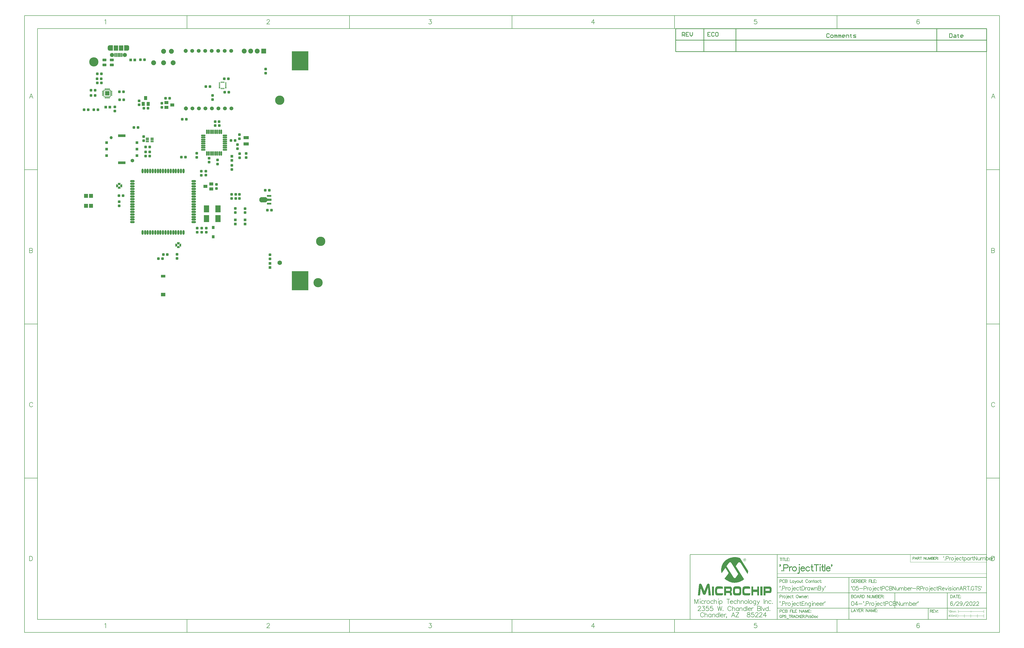
<source format=gts>
G04*
G04 #@! TF.GenerationSoftware,Altium Limited,Altium Designer,22.5.1 (42)*
G04*
G04 Layer_Color=255*
%FSLAX43Y43*%
%MOMM*%
G71*
G04*
G04 #@! TF.SameCoordinates,C4BC9487-C326-4BBF-99EC-16615E38A13B*
G04*
G04*
G04 #@! TF.FilePolarity,Negative*
G04*
G01*
G75*
%ADD11C,0.200*%
%ADD12C,0.100*%
%ADD13C,0.254*%
%ADD15C,0.127*%
%ADD16C,0.180*%
%ADD17C,0.178*%
%ADD18C,0.150*%
%ADD19C,0.350*%
%ADD33R,1.100X1.000*%
%ADD34R,3.000X1.000*%
%ADD35R,1.540X1.540*%
%ADD38R,0.900X0.300*%
%ADD39R,0.300X0.900*%
%ADD40R,0.300X0.300*%
%ADD47R,1.800X1.000*%
%ADD48R,1.800X1.400*%
%ADD49R,2.000X2.800*%
%ADD53C,0.700*%
%ADD54O,1.800X0.700*%
%ADD55O,0.700X1.800*%
G04:AMPARAMS|DCode=56|XSize=1.6mm|YSize=1.1mm|CornerRadius=0.325mm|HoleSize=0mm|Usage=FLASHONLY|Rotation=0.000|XOffset=0mm|YOffset=0mm|HoleType=Round|Shape=RoundedRectangle|*
%AMROUNDEDRECTD56*
21,1,1.600,0.450,0,0,0.0*
21,1,0.950,1.100,0,0,0.0*
1,1,0.650,0.475,-0.225*
1,1,0.650,-0.475,-0.225*
1,1,0.650,-0.475,0.225*
1,1,0.650,0.475,0.225*
%
%ADD56ROUNDEDRECTD56*%
G04:AMPARAMS|DCode=57|XSize=1.1mm|YSize=1mm|CornerRadius=0.3mm|HoleSize=0mm|Usage=FLASHONLY|Rotation=90.000|XOffset=0mm|YOffset=0mm|HoleType=Round|Shape=RoundedRectangle|*
%AMROUNDEDRECTD57*
21,1,1.100,0.400,0,0,90.0*
21,1,0.500,1.000,0,0,90.0*
1,1,0.600,0.200,0.250*
1,1,0.600,0.200,-0.250*
1,1,0.600,-0.200,-0.250*
1,1,0.600,-0.200,0.250*
%
%ADD57ROUNDEDRECTD57*%
%ADD58R,6.550X7.540*%
%ADD59R,1.000X1.000*%
G04:AMPARAMS|DCode=60|XSize=1.1mm|YSize=1mm|CornerRadius=0.3mm|HoleSize=0mm|Usage=FLASHONLY|Rotation=180.000|XOffset=0mm|YOffset=0mm|HoleType=Round|Shape=RoundedRectangle|*
%AMROUNDEDRECTD60*
21,1,1.100,0.400,0,0,180.0*
21,1,0.500,1.000,0,0,180.0*
1,1,0.600,-0.250,0.200*
1,1,0.600,0.250,0.200*
1,1,0.600,0.250,-0.200*
1,1,0.600,-0.250,-0.200*
%
%ADD60ROUNDEDRECTD60*%
%ADD61R,1.000X1.000*%
%ADD62R,1.600X1.200*%
%ADD63R,1.200X1.600*%
%ADD64R,1.050X1.250*%
%ADD65R,1.700X2.100*%
%ADD66R,0.600X1.550*%
%ADD67R,1.800X1.800*%
%ADD68R,2.100X1.310*%
%ADD69R,2.100X1.300*%
G04:AMPARAMS|DCode=70|XSize=1.8mm|YSize=0.8mm|CornerRadius=0.4mm|HoleSize=0mm|Usage=FLASHONLY|Rotation=180.000|XOffset=0mm|YOffset=0mm|HoleType=Round|Shape=RoundedRectangle|*
%AMROUNDEDRECTD70*
21,1,1.800,0.000,0,0,180.0*
21,1,1.000,0.800,0,0,180.0*
1,1,0.800,-0.500,0.000*
1,1,0.800,0.500,0.000*
1,1,0.800,0.500,0.000*
1,1,0.800,-0.500,0.000*
%
%ADD70ROUNDEDRECTD70*%
G04:AMPARAMS|DCode=71|XSize=1.8mm|YSize=0.8mm|CornerRadius=0.4mm|HoleSize=0mm|Usage=FLASHONLY|Rotation=270.000|XOffset=0mm|YOffset=0mm|HoleType=Round|Shape=RoundedRectangle|*
%AMROUNDEDRECTD71*
21,1,1.800,0.000,0,0,270.0*
21,1,1.000,0.800,0,0,270.0*
1,1,0.800,0.000,-0.500*
1,1,0.800,0.000,0.500*
1,1,0.800,0.000,0.500*
1,1,0.800,0.000,-0.500*
%
%ADD71ROUNDEDRECTD71*%
%ADD72R,0.450X0.550*%
%ADD73R,0.550X0.450*%
%ADD74R,1.200X0.600*%
%ADD75R,1.800X0.800*%
%ADD76R,1.800X0.900*%
%ADD77C,3.600*%
%ADD78C,1.770*%
%ADD79C,3.650*%
%ADD80C,1.495*%
%ADD81P,1.619X8X22.5*%
%ADD82P,2.057X8X22.5*%
%ADD83C,1.400*%
%ADD84C,1.200*%
%ADD85C,1.650*%
%ADD86C,1.900*%
%ADD87R,1.900X1.900*%
G36*
X12313Y65174D02*
X12326Y65172D01*
X12338Y65168D01*
X12350Y65162D01*
X12361Y65155D01*
X12371Y65146D01*
X12380Y65136D01*
X12387Y65125D01*
X12393Y65113D01*
X12397Y65101D01*
X12399Y65088D01*
X12400Y65075D01*
X12400Y63175D01*
X12399Y63162D01*
X12397Y63149D01*
X12393Y63137D01*
X12387Y63125D01*
X12380Y63114D01*
X12371Y63104D01*
X12361Y63095D01*
X12350Y63088D01*
X12338Y63082D01*
X12326Y63078D01*
X12313Y63076D01*
X12300Y63075D01*
X11000Y63075D01*
X10987Y63076D01*
X10974Y63078D01*
X10962Y63082D01*
X10950Y63088D01*
X10939Y63095D01*
X10929Y63104D01*
X10920Y63114D01*
X10913Y63125D01*
X10907Y63137D01*
X10903Y63149D01*
X10901Y63162D01*
X10900Y63175D01*
X10900Y63575D01*
X10500Y63575D01*
X10487Y63576D01*
X10474Y63578D01*
X10462Y63582D01*
X10456Y63585D01*
X10450Y63588D01*
X10439Y63595D01*
X10429Y63604D01*
X10429Y63604D01*
X10429Y63604D01*
X10421Y63614D01*
X10413Y63625D01*
X10410Y63631D01*
X10407Y63637D01*
X10403Y63649D01*
X10401Y63662D01*
X10400Y63675D01*
X10400Y64575D01*
X10400Y64575D01*
X10400Y64575D01*
X10401Y64588D01*
X10403Y64601D01*
X10407Y64613D01*
X10410Y64619D01*
X10413Y64625D01*
X10420Y64636D01*
X10429Y64646D01*
X10429Y64646D01*
X10429Y64646D01*
X10439Y64655D01*
X10450Y64662D01*
X10456Y64665D01*
X10462Y64668D01*
X10474Y64672D01*
X10487Y64674D01*
X10500Y64675D01*
X10500Y64675D01*
X10500Y64675D01*
X10900Y64675D01*
X10900Y65075D01*
X10901Y65088D01*
X10903Y65101D01*
X10907Y65113D01*
X10913Y65125D01*
X10920Y65136D01*
X10929Y65146D01*
X10939Y65155D01*
X10950Y65162D01*
X10962Y65168D01*
X10974Y65172D01*
X10987Y65174D01*
X11000Y65175D01*
X12300Y65175D01*
X12313Y65174D01*
X12313Y65174D02*
G37*
G36*
X18213Y65174D02*
X18226Y65172D01*
X18238Y65168D01*
X18250Y65162D01*
X18261Y65155D01*
X18271Y65146D01*
X18279Y65136D01*
X18287Y65125D01*
X18293Y65113D01*
X18297Y65101D01*
X18299Y65088D01*
X18300Y65075D01*
X18300Y64675D01*
X18700Y64675D01*
X18713Y64674D01*
X18726Y64672D01*
X18738Y64668D01*
X18744Y64665D01*
X18750Y64662D01*
X18761Y64655D01*
X18771Y64646D01*
X18771Y64646D01*
X18771Y64646D01*
X18779Y64636D01*
X18787Y64625D01*
X18790Y64619D01*
X18793Y64613D01*
X18797Y64601D01*
X18799Y64588D01*
X18800Y64575D01*
X18800Y63675D01*
X18800Y63675D01*
X18800Y63675D01*
X18799Y63662D01*
X18797Y63649D01*
X18793Y63637D01*
X18790Y63631D01*
X18787Y63625D01*
X18780Y63614D01*
X18771Y63604D01*
X18771Y63604D01*
X18771Y63604D01*
X18761Y63596D01*
X18750Y63588D01*
X18744Y63585D01*
X18738Y63582D01*
X18726Y63578D01*
X18713Y63576D01*
X18700Y63575D01*
X18700Y63575D01*
X18700Y63575D01*
X18300Y63575D01*
X18300Y63175D01*
X18299Y63162D01*
X18297Y63149D01*
X18293Y63137D01*
X18287Y63125D01*
X18279Y63114D01*
X18271Y63104D01*
X18261Y63095D01*
X18250Y63088D01*
X18238Y63082D01*
X18226Y63078D01*
X18213Y63076D01*
X18200Y63075D01*
X16900Y63075D01*
X16887Y63076D01*
X16874Y63078D01*
X16862Y63082D01*
X16850Y63088D01*
X16839Y63095D01*
X16829Y63104D01*
X16820Y63114D01*
X16813Y63125D01*
X16807Y63137D01*
X16803Y63149D01*
X16801Y63162D01*
X16800Y63175D01*
X16800Y65075D01*
X16801Y65088D01*
X16803Y65101D01*
X16807Y65113D01*
X16813Y65125D01*
X16820Y65136D01*
X16829Y65146D01*
X16839Y65155D01*
X16850Y65162D01*
X16862Y65168D01*
X16874Y65172D01*
X16887Y65174D01*
X16900Y65175D01*
X18200Y65175D01*
X18213Y65174D01*
X18213Y65174D02*
G37*
G36*
X15374Y10772D02*
X15124Y10542D01*
X14624Y10542D01*
X14374Y10772D01*
X14374Y11372D01*
X15374Y11372D01*
X15374Y10772D01*
X15374Y10772D02*
G37*
G36*
X16024Y9672D02*
X15554Y9672D01*
X15324Y9902D01*
X15324Y10222D01*
X15324Y10542D01*
X15554Y10772D01*
X16024Y10772D01*
X16024Y9672D01*
X16024Y9672D02*
G37*
G36*
X14424Y10542D02*
X14424Y10222D01*
X14424Y9902D01*
X14194Y9672D01*
X13724Y9672D01*
X13724Y10772D01*
X14194Y10772D01*
X14424Y10542D01*
X14424Y10542D02*
G37*
G36*
X15374Y9672D02*
X15374Y9072D01*
X14374Y9072D01*
X14374Y9672D01*
X14624Y9902D01*
X15124Y9902D01*
X15374Y9672D01*
X15374Y9672D02*
G37*
G36*
X72188Y5757D02*
X72200Y5754D01*
X72213Y5750D01*
X72225Y5744D01*
X72236Y5737D01*
X72240Y5733D01*
X72245Y5728D01*
X72766Y5207D01*
X74295Y5207D01*
X74308Y5206D01*
X74320Y5204D01*
X74333Y5200D01*
X74345Y5194D01*
X74356Y5187D01*
X74365Y5178D01*
X74374Y5168D01*
X74381Y5157D01*
X74387Y5145D01*
X74391Y5133D01*
X74394Y5120D01*
X74395Y5107D01*
X74395Y4407D01*
X74394Y4394D01*
X74391Y4381D01*
X74387Y4369D01*
X74381Y4357D01*
X74374Y4346D01*
X74365Y4336D01*
X74356Y4328D01*
X74345Y4320D01*
X74333Y4315D01*
X74320Y4310D01*
X74308Y4308D01*
X74295Y4307D01*
X72761Y4307D01*
X72261Y3807D01*
X72261Y3807D01*
X72254Y3796D01*
X72245Y3786D01*
X72236Y3778D01*
X72225Y3770D01*
X72213Y3765D01*
X72200Y3760D01*
X72188Y3758D01*
X72174Y3757D01*
X70195Y3757D01*
X70181Y3758D01*
X70169Y3760D01*
X70156Y3765D01*
X70144Y3770D01*
X70133Y3778D01*
X70124Y3786D01*
X69674Y4236D01*
X69665Y4246D01*
X69658Y4257D01*
X69652Y4269D01*
X69648Y4281D01*
X69645Y4294D01*
X69644Y4307D01*
X69644Y5207D01*
X69645Y5220D01*
X69648Y5233D01*
X69652Y5246D01*
X69658Y5257D01*
X69665Y5268D01*
X69674Y5278D01*
X70124Y5728D01*
X70133Y5737D01*
X70144Y5744D01*
X70156Y5750D01*
X70169Y5754D01*
X70181Y5756D01*
X70195Y5757D01*
X72174Y5757D01*
X72188Y5757D01*
X72188Y5757D02*
G37*
G36*
X38473Y-12471D02*
X38223Y-12701D01*
X37723Y-12701D01*
X37473Y-12471D01*
X37473Y-11871D01*
X38473Y-11871D01*
X38473Y-12471D01*
X38473Y-12471D02*
G37*
G36*
X39123Y-13571D02*
X38653Y-13571D01*
X38423Y-13341D01*
X38423Y-13021D01*
X38423Y-12701D01*
X38653Y-12471D01*
X39123Y-12471D01*
X39123Y-13571D01*
X39123Y-13571D02*
G37*
G36*
X37523Y-12701D02*
X37523Y-13021D01*
X37523Y-13341D01*
X37293Y-13571D01*
X36823Y-13571D01*
X36823Y-12471D01*
X37293Y-12471D01*
X37523Y-12701D01*
X37523Y-12701D02*
G37*
G36*
X38473Y-13571D02*
X38473Y-14171D01*
X37473Y-14171D01*
X37473Y-13571D01*
X37723Y-13341D01*
X38223Y-13341D01*
X38473Y-13571D01*
X38473Y-13571D02*
G37*
G36*
X259352Y-135547D02*
X259440Y-135573D01*
X259542Y-135611D01*
X259631Y-135674D01*
X259720Y-135776D01*
X259783Y-135903D01*
X259809Y-135992D01*
X259809Y-136081D01*
X259809Y-136106D01*
X259796Y-136170D01*
X259783Y-136259D01*
X259745Y-136373D01*
X259682Y-136474D01*
X259580Y-136563D01*
X259440Y-136640D01*
X259364Y-136652D01*
X259263Y-136665D01*
X259225Y-136665D01*
X259174Y-136652D01*
X259123Y-136640D01*
X258983Y-136589D01*
X258907Y-136551D01*
X258844Y-136500D01*
X258831Y-136487D01*
X258818Y-136462D01*
X258793Y-136436D01*
X258767Y-136386D01*
X258704Y-136246D01*
X258691Y-136170D01*
X258678Y-136081D01*
X258678Y-136068D01*
X258678Y-136043D01*
X258691Y-136005D01*
X258704Y-135941D01*
X258755Y-135827D01*
X258805Y-135763D01*
X258856Y-135700D01*
X258869Y-135687D01*
X258882Y-135674D01*
X258920Y-135649D01*
X258971Y-135611D01*
X259098Y-135560D01*
X259174Y-135547D01*
X259263Y-135535D01*
X259288Y-135535D01*
X259352Y-135547D01*
X259352Y-135547D02*
G37*
G36*
X255732Y-135052D02*
X255859Y-135065D01*
X255986Y-135077D01*
X256138Y-135090D01*
X256456Y-135141D01*
X256799Y-135217D01*
X257154Y-135319D01*
X257510Y-135458D01*
X260685Y-140500D01*
X260685Y-140513D01*
X260685Y-140538D01*
X260672Y-140589D01*
X260672Y-140653D01*
X260660Y-140742D01*
X260647Y-140831D01*
X260596Y-141046D01*
X260596Y-141059D01*
X260583Y-141097D01*
X260571Y-141161D01*
X260558Y-141237D01*
X260533Y-141326D01*
X260495Y-141427D01*
X260431Y-141669D01*
X257675Y-137363D01*
X257662Y-137351D01*
X257637Y-137313D01*
X257586Y-137262D01*
X257535Y-137198D01*
X257459Y-137135D01*
X257370Y-137084D01*
X257281Y-137046D01*
X257180Y-137033D01*
X257142Y-137033D01*
X257091Y-137046D01*
X257027Y-137071D01*
X256964Y-137109D01*
X256888Y-137173D01*
X256799Y-137249D01*
X256723Y-137351D01*
X255808Y-138608D01*
X259034Y-143713D01*
X259021Y-143726D01*
X258958Y-143777D01*
X258882Y-143840D01*
X258755Y-143929D01*
X258615Y-144031D01*
X258437Y-144145D01*
X258221Y-144272D01*
X257993Y-144399D01*
X257726Y-144526D01*
X257447Y-144653D01*
X257142Y-144768D01*
X256812Y-144869D01*
X256456Y-144958D01*
X256088Y-145022D01*
X255707Y-145072D01*
X255300Y-145085D01*
X255199Y-145085D01*
X255084Y-145072D01*
X254932Y-145060D01*
X254741Y-145034D01*
X254513Y-144996D01*
X254259Y-144945D01*
X253992Y-144882D01*
X253700Y-144793D01*
X253383Y-144679D01*
X253065Y-144552D01*
X252748Y-144387D01*
X252417Y-144196D01*
X252087Y-143980D01*
X251770Y-143726D01*
X251465Y-143434D01*
X252836Y-141542D01*
X252849Y-141529D01*
X252875Y-141478D01*
X252887Y-141440D01*
X252900Y-141389D01*
X252925Y-141313D01*
X252938Y-141237D01*
X252938Y-141224D01*
X252938Y-141212D01*
X252925Y-141135D01*
X252875Y-141008D01*
X252836Y-140932D01*
X252786Y-140856D01*
X251770Y-139268D01*
X250258Y-141364D01*
X250258Y-141351D01*
X250246Y-141339D01*
X250246Y-141300D01*
X250233Y-141250D01*
X250208Y-141123D01*
X250169Y-140958D01*
X250131Y-140742D01*
X250106Y-140513D01*
X250093Y-140259D01*
X250081Y-139980D01*
X250081Y-139954D01*
X250081Y-139891D01*
X250093Y-139789D01*
X250106Y-139649D01*
X250131Y-139484D01*
X250157Y-139281D01*
X250208Y-139065D01*
X250258Y-138824D01*
X250335Y-138557D01*
X250436Y-138291D01*
X250550Y-138011D01*
X250690Y-137719D01*
X250855Y-137440D01*
X251046Y-137148D01*
X251274Y-136868D01*
X251528Y-136589D01*
X251541Y-136576D01*
X251605Y-136525D01*
X251693Y-136449D01*
X251808Y-136347D01*
X251960Y-136233D01*
X252138Y-136093D01*
X252354Y-135954D01*
X252595Y-135814D01*
X252875Y-135674D01*
X253167Y-135535D01*
X253484Y-135395D01*
X253827Y-135281D01*
X254208Y-135179D01*
X254589Y-135103D01*
X255008Y-135052D01*
X255440Y-135039D01*
X255630Y-135039D01*
X255732Y-135052D01*
X255732Y-135052D02*
G37*
G36*
X260990Y-146520D02*
X261066Y-146520D01*
X261117Y-146533D01*
X261130Y-146533D01*
X261155Y-146546D01*
X261206Y-146571D01*
X261257Y-146596D01*
X261307Y-146647D01*
X261358Y-146698D01*
X261409Y-146774D01*
X261434Y-146876D01*
X261434Y-146888D01*
X261434Y-146914D01*
X261447Y-146952D01*
X261447Y-147015D01*
X261447Y-147092D01*
X261460Y-147181D01*
X261460Y-147295D01*
X261460Y-147435D01*
X259580Y-147384D01*
X259567Y-147384D01*
X259517Y-147396D01*
X259440Y-147422D01*
X259364Y-147460D01*
X259275Y-147549D01*
X259212Y-147676D01*
X259174Y-147752D01*
X259161Y-147854D01*
X259136Y-147955D01*
X259136Y-148082D01*
X259136Y-148463D01*
X259136Y-148476D01*
X259136Y-148489D01*
X259148Y-148565D01*
X259161Y-148679D01*
X259186Y-148806D01*
X259237Y-148933D01*
X259313Y-149047D01*
X259415Y-149124D01*
X259479Y-149136D01*
X259555Y-149149D01*
X261485Y-149149D01*
X261485Y-149174D01*
X261485Y-149238D01*
X261485Y-149327D01*
X261472Y-149441D01*
X261460Y-149568D01*
X261447Y-149682D01*
X261422Y-149771D01*
X261384Y-149848D01*
X261384Y-149860D01*
X261358Y-149873D01*
X261320Y-149898D01*
X261257Y-149936D01*
X261168Y-149975D01*
X261053Y-150000D01*
X260914Y-150013D01*
X260736Y-150025D01*
X259339Y-150025D01*
X259225Y-150000D01*
X259085Y-149975D01*
X258932Y-149936D01*
X258793Y-149873D01*
X258653Y-149784D01*
X258551Y-149657D01*
X258551Y-149644D01*
X258526Y-149606D01*
X258501Y-149543D01*
X258475Y-149441D01*
X258450Y-149327D01*
X258424Y-149174D01*
X258412Y-148997D01*
X258399Y-148793D01*
X258399Y-147765D01*
X258399Y-147752D01*
X258399Y-147727D01*
X258399Y-147676D01*
X258412Y-147625D01*
X258424Y-147473D01*
X258450Y-147295D01*
X258501Y-147104D01*
X258577Y-146914D01*
X258678Y-146761D01*
X258742Y-146685D01*
X258818Y-146634D01*
X258831Y-146634D01*
X258856Y-146609D01*
X258907Y-146596D01*
X258971Y-146571D01*
X259059Y-146546D01*
X259161Y-146533D01*
X259288Y-146507D01*
X260825Y-146507D01*
X260990Y-146520D01*
X260990Y-146520D02*
G37*
G36*
X264914Y-150000D02*
X264178Y-150000D01*
X264178Y-148692D01*
X262628Y-148692D01*
X262628Y-150000D01*
X261942Y-150000D01*
X261942Y-146533D01*
X262628Y-146533D01*
X262628Y-147765D01*
X264178Y-147765D01*
X264178Y-146533D01*
X264914Y-146533D01*
X264914Y-150000D01*
X264914Y-150000D02*
G37*
G36*
X245216Y-145415D02*
X245280Y-145428D01*
X245356Y-145466D01*
X245432Y-145530D01*
X245509Y-145631D01*
X245559Y-145758D01*
X245597Y-145936D01*
X246067Y-150000D01*
X245204Y-150000D01*
X244962Y-147079D01*
X244937Y-147079D01*
X244048Y-149428D01*
X244035Y-149441D01*
X244023Y-149492D01*
X243985Y-149543D01*
X243934Y-149619D01*
X243858Y-149682D01*
X243769Y-149746D01*
X243667Y-149797D01*
X243540Y-149809D01*
X243527Y-149809D01*
X243477Y-149797D01*
X243413Y-149784D01*
X243324Y-149759D01*
X243235Y-149721D01*
X243146Y-149644D01*
X243057Y-149555D01*
X242994Y-149428D01*
X242118Y-147117D01*
X242105Y-147117D01*
X241851Y-150000D01*
X241000Y-150000D01*
X241445Y-145898D01*
X241445Y-145872D01*
X241457Y-145822D01*
X241483Y-145745D01*
X241521Y-145644D01*
X241584Y-145555D01*
X241660Y-145479D01*
X241775Y-145428D01*
X241902Y-145403D01*
X241927Y-145403D01*
X241978Y-145415D01*
X242054Y-145428D01*
X242156Y-145453D01*
X242257Y-145517D01*
X242359Y-145593D01*
X242461Y-145707D01*
X242537Y-145860D01*
X243527Y-148374D01*
X243540Y-148374D01*
X244531Y-145860D01*
X244543Y-145834D01*
X244569Y-145784D01*
X244607Y-145720D01*
X244670Y-145631D01*
X244759Y-145542D01*
X244874Y-145479D01*
X245001Y-145428D01*
X245153Y-145403D01*
X245166Y-145403D01*
X245216Y-145415D01*
X245216Y-145415D02*
G37*
G36*
X269042Y-146546D02*
X269156Y-146558D01*
X269296Y-146609D01*
X269435Y-146673D01*
X269562Y-146774D01*
X269677Y-146927D01*
X269715Y-147015D01*
X269753Y-147117D01*
X269753Y-147130D01*
X269766Y-147155D01*
X269766Y-147219D01*
X269778Y-147282D01*
X269791Y-147371D01*
X269791Y-147473D01*
X269804Y-147600D01*
X269804Y-147727D01*
X269804Y-148006D01*
X269804Y-148019D01*
X269804Y-148031D01*
X269804Y-148108D01*
X269791Y-148209D01*
X269778Y-148349D01*
X269753Y-148489D01*
X269715Y-148641D01*
X269664Y-148781D01*
X269600Y-148895D01*
X269588Y-148908D01*
X269575Y-148933D01*
X269537Y-148971D01*
X269486Y-149009D01*
X269410Y-149047D01*
X269334Y-149086D01*
X269245Y-149111D01*
X269131Y-149124D01*
X267416Y-149124D01*
X267416Y-150000D01*
X266692Y-150000D01*
X266692Y-146533D01*
X268965Y-146533D01*
X269042Y-146546D01*
X269042Y-146546D02*
G37*
G36*
X266235Y-150000D02*
X265422Y-150000D01*
X265422Y-146533D01*
X266235Y-146533D01*
X266235Y-150000D01*
X266235Y-150000D02*
G37*
G36*
X253725Y-146546D02*
X253840Y-146584D01*
X253967Y-146660D01*
X254030Y-146711D01*
X254094Y-146787D01*
X254157Y-146863D01*
X254208Y-146965D01*
X254246Y-147079D01*
X254284Y-147219D01*
X254297Y-147384D01*
X254310Y-147562D01*
X254310Y-147777D01*
X254310Y-147790D01*
X254310Y-147803D01*
X254310Y-147841D01*
X254310Y-147892D01*
X254284Y-148019D01*
X254259Y-148158D01*
X254208Y-148311D01*
X254145Y-148451D01*
X254043Y-148565D01*
X253979Y-148616D01*
X253916Y-148641D01*
X253916Y-148654D01*
X253929Y-148654D01*
X253979Y-148679D01*
X254043Y-148730D01*
X254119Y-148793D01*
X254183Y-148895D01*
X254246Y-149022D01*
X254297Y-149200D01*
X254310Y-149314D01*
X254310Y-149428D01*
X254310Y-150000D01*
X253573Y-150000D01*
X253573Y-149594D01*
X253573Y-149581D01*
X253573Y-149543D01*
X253573Y-149492D01*
X253573Y-149441D01*
X253560Y-149314D01*
X253560Y-149263D01*
X253548Y-149225D01*
X253535Y-149200D01*
X253497Y-149162D01*
X253408Y-149124D01*
X253294Y-149098D01*
X252011Y-149098D01*
X252011Y-150000D01*
X251274Y-150000D01*
X251274Y-146533D01*
X253649Y-146533D01*
X253725Y-146546D01*
X253725Y-146546D02*
G37*
G36*
X247312Y-150000D02*
X246499Y-150000D01*
X246499Y-146533D01*
X247312Y-146533D01*
X247312Y-150000D01*
X247312Y-150000D02*
G37*
G36*
X257154Y-146520D02*
X257281Y-146546D01*
X257421Y-146584D01*
X257561Y-146634D01*
X257675Y-146711D01*
X257777Y-146812D01*
X257789Y-146825D01*
X257815Y-146863D01*
X257840Y-146939D01*
X257891Y-147041D01*
X257929Y-147181D01*
X257954Y-147333D01*
X257980Y-147523D01*
X257993Y-147752D01*
X257993Y-148781D01*
X257993Y-148793D01*
X257993Y-148819D01*
X257993Y-148870D01*
X257980Y-148933D01*
X257967Y-149098D01*
X257929Y-149289D01*
X257866Y-149492D01*
X257777Y-149682D01*
X257650Y-149848D01*
X257574Y-149911D01*
X257485Y-149962D01*
X257472Y-149962D01*
X257447Y-149975D01*
X257408Y-149987D01*
X257345Y-149987D01*
X257269Y-150000D01*
X257180Y-150013D01*
X257066Y-150025D01*
X255694Y-150025D01*
X255592Y-150013D01*
X255453Y-149987D01*
X255313Y-149949D01*
X255173Y-149886D01*
X255034Y-149809D01*
X254932Y-149695D01*
X254919Y-149682D01*
X254907Y-149644D01*
X254868Y-149568D01*
X254843Y-149467D01*
X254805Y-149340D01*
X254767Y-149187D01*
X254754Y-148997D01*
X254741Y-148781D01*
X254741Y-147752D01*
X254741Y-147739D01*
X254741Y-147701D01*
X254741Y-147650D01*
X254754Y-147587D01*
X254754Y-147511D01*
X254780Y-147409D01*
X254818Y-147206D01*
X254894Y-147003D01*
X254995Y-146800D01*
X255059Y-146723D01*
X255148Y-146647D01*
X255237Y-146584D01*
X255338Y-146546D01*
X255351Y-146546D01*
X255376Y-146533D01*
X255415Y-146533D01*
X255465Y-146520D01*
X255529Y-146520D01*
X255605Y-146507D01*
X257053Y-146507D01*
X257154Y-146520D01*
X257154Y-146520D02*
G37*
G36*
X250081Y-146520D02*
X250258Y-146520D01*
X250411Y-146533D01*
X250487Y-146546D01*
X250538Y-146558D01*
X250589Y-146571D01*
X250614Y-146584D01*
X250627Y-146584D01*
X250639Y-146609D01*
X250677Y-146660D01*
X250716Y-146723D01*
X250741Y-146825D01*
X250779Y-146965D01*
X250792Y-147155D01*
X250804Y-147257D01*
X250804Y-147384D01*
X248912Y-147384D01*
X248823Y-147396D01*
X248722Y-147447D01*
X248671Y-147473D01*
X248620Y-147523D01*
X248620Y-147536D01*
X248607Y-147549D01*
X248582Y-147587D01*
X248569Y-147650D01*
X248544Y-147727D01*
X248518Y-147816D01*
X248506Y-147943D01*
X248506Y-148082D01*
X248506Y-148463D01*
X248506Y-148476D01*
X248506Y-148527D01*
X248506Y-148603D01*
X248518Y-148679D01*
X248531Y-148857D01*
X248544Y-148933D01*
X248569Y-148984D01*
X248569Y-148997D01*
X248582Y-149009D01*
X248645Y-149060D01*
X248696Y-149098D01*
X248760Y-149124D01*
X248836Y-149136D01*
X248925Y-149149D01*
X250855Y-149149D01*
X250855Y-149174D01*
X250855Y-149225D01*
X250855Y-149314D01*
X250843Y-149416D01*
X250830Y-149530D01*
X250817Y-149644D01*
X250792Y-149733D01*
X250754Y-149809D01*
X250741Y-149822D01*
X250728Y-149848D01*
X250677Y-149873D01*
X250627Y-149911D01*
X250538Y-149962D01*
X250423Y-149987D01*
X250284Y-150013D01*
X250106Y-150025D01*
X248709Y-150025D01*
X248595Y-150013D01*
X248480Y-149987D01*
X248341Y-149962D01*
X248201Y-149911D01*
X248074Y-149835D01*
X247972Y-149746D01*
X247960Y-149733D01*
X247934Y-149695D01*
X247896Y-149619D01*
X247858Y-149517D01*
X247820Y-149390D01*
X247782Y-149225D01*
X247756Y-149022D01*
X247744Y-148781D01*
X247744Y-147752D01*
X247744Y-147739D01*
X247744Y-147701D01*
X247744Y-147650D01*
X247756Y-147574D01*
X247769Y-147485D01*
X247782Y-147396D01*
X247833Y-147181D01*
X247922Y-146965D01*
X248049Y-146761D01*
X248125Y-146673D01*
X248226Y-146609D01*
X248328Y-146558D01*
X248455Y-146520D01*
X248480Y-146520D01*
X248557Y-146507D01*
X249915Y-146507D01*
X250081Y-146520D01*
X250081Y-146520D02*
G37*
%LPC*%
G36*
X259263Y-135624D02*
X259237Y-135624D01*
X259186Y-135636D01*
X259110Y-135649D01*
X259021Y-135674D01*
X258920Y-135738D01*
X258844Y-135814D01*
X258793Y-135928D01*
X258767Y-136081D01*
X258767Y-136093D01*
X258767Y-136119D01*
X258780Y-136157D01*
X258780Y-136195D01*
X258831Y-136322D01*
X258856Y-136373D01*
X258907Y-136436D01*
X258920Y-136436D01*
X258932Y-136462D01*
X259009Y-136500D01*
X259110Y-136551D01*
X259186Y-136563D01*
X259263Y-136576D01*
X259288Y-136576D01*
X259339Y-136563D01*
X259402Y-136551D01*
X259491Y-136513D01*
X259580Y-136449D01*
X259644Y-136373D01*
X259694Y-136246D01*
X259720Y-136081D01*
X259720Y-136055D01*
X259707Y-136005D01*
X259694Y-135941D01*
X259669Y-135852D01*
X259605Y-135763D01*
X259529Y-135700D01*
X259415Y-135649D01*
X259263Y-135624D01*
X259263Y-135624D02*
G37*
%LPD*%
G36*
X259390Y-135789D02*
X259428Y-135814D01*
X259466Y-135839D01*
X259491Y-135890D01*
X259504Y-135954D01*
X259504Y-135966D01*
X259504Y-135979D01*
X259479Y-136043D01*
X259440Y-136119D01*
X259390Y-136144D01*
X259339Y-136157D01*
X259517Y-136436D01*
X259415Y-136436D01*
X259225Y-136157D01*
X259123Y-136157D01*
X259123Y-136436D01*
X259021Y-136436D01*
X259021Y-135763D01*
X259301Y-135763D01*
X259390Y-135789D01*
X259390Y-135789D02*
G37*
%LPC*%
G36*
X259288Y-135852D02*
X259123Y-135852D01*
X259123Y-136068D01*
X259301Y-136068D01*
X259339Y-136055D01*
X259377Y-136017D01*
X259390Y-135954D01*
X259390Y-135941D01*
X259377Y-135903D01*
X259352Y-135865D01*
X259288Y-135852D01*
X259288Y-135852D02*
G37*
G36*
X253611Y-137021D02*
X253573Y-137021D01*
X253522Y-137033D01*
X253459Y-137059D01*
X253383Y-137097D01*
X253306Y-137160D01*
X253217Y-137236D01*
X253129Y-137338D01*
X252227Y-138595D01*
X254932Y-142875D01*
X254945Y-142888D01*
X254970Y-142939D01*
X255021Y-142990D01*
X255084Y-143066D01*
X255148Y-143129D01*
X255224Y-143193D01*
X255313Y-143244D01*
X255389Y-143256D01*
X255440Y-143256D01*
X255478Y-143244D01*
X255542Y-143218D01*
X255618Y-143193D01*
X255694Y-143142D01*
X255770Y-143066D01*
X255846Y-142977D01*
X256786Y-141618D01*
X254081Y-137351D01*
X254068Y-137338D01*
X254043Y-137300D01*
X254005Y-137249D01*
X253941Y-137186D01*
X253878Y-137122D01*
X253802Y-137071D01*
X253713Y-137033D01*
X253611Y-137021D01*
X253611Y-137021D02*
G37*
G36*
X268775Y-147371D02*
X267416Y-147371D01*
X267416Y-148260D01*
X268864Y-148260D01*
X268889Y-148235D01*
X268940Y-148209D01*
X268978Y-148171D01*
X269004Y-148108D01*
X269029Y-148019D01*
X269042Y-147892D01*
X269042Y-147765D01*
X269042Y-147752D01*
X269042Y-147701D01*
X269029Y-147638D01*
X269004Y-147562D01*
X268978Y-147498D01*
X268927Y-147435D01*
X268864Y-147384D01*
X268775Y-147371D01*
X268775Y-147371D02*
G37*
G36*
X253256Y-147371D02*
X252011Y-147371D01*
X252011Y-148235D01*
X253383Y-148235D01*
X253421Y-148209D01*
X253484Y-148184D01*
X253535Y-148146D01*
X253573Y-148082D01*
X253611Y-147993D01*
X253624Y-147866D01*
X253624Y-147765D01*
X253624Y-147752D01*
X253624Y-147701D01*
X253611Y-147638D01*
X253573Y-147562D01*
X253535Y-147498D01*
X253471Y-147435D01*
X253383Y-147384D01*
X253256Y-147371D01*
X253256Y-147371D02*
G37*
G36*
X256786Y-147371D02*
X255897Y-147371D01*
X255859Y-147384D01*
X255808Y-147396D01*
X255707Y-147435D01*
X255656Y-147485D01*
X255605Y-147536D01*
X255605Y-147549D01*
X255592Y-147562D01*
X255567Y-147600D01*
X255554Y-147663D01*
X255529Y-147739D01*
X255503Y-147828D01*
X255491Y-147943D01*
X255491Y-148082D01*
X255491Y-148463D01*
X255491Y-148476D01*
X255491Y-148527D01*
X255491Y-148590D01*
X255503Y-148679D01*
X255529Y-148857D01*
X255542Y-148946D01*
X255567Y-149009D01*
X255580Y-149035D01*
X255643Y-149073D01*
X255681Y-149098D01*
X255745Y-149124D01*
X255808Y-149136D01*
X255897Y-149149D01*
X256850Y-149149D01*
X256900Y-149136D01*
X256964Y-149111D01*
X257053Y-149060D01*
X257129Y-148984D01*
X257205Y-148857D01*
X257231Y-148781D01*
X257256Y-148692D01*
X257269Y-148578D01*
X257269Y-148463D01*
X257269Y-148082D01*
X257269Y-148070D01*
X257269Y-148019D01*
X257256Y-147955D01*
X257256Y-147866D01*
X257205Y-147689D01*
X257180Y-147600D01*
X257129Y-147536D01*
X257129Y-147523D01*
X257104Y-147511D01*
X257040Y-147447D01*
X256926Y-147396D01*
X256862Y-147384D01*
X256786Y-147371D01*
X256786Y-147371D02*
G37*
%LPD*%
D11*
X337071Y-134893D02*
X337000Y-134822D01*
X337071Y-134750D01*
X337143Y-134822D01*
X337143Y-134965D01*
X337071Y-135107D01*
X337000Y-135179D01*
X337543Y-136107D02*
X337471Y-136179D01*
X337543Y-136250D01*
X337614Y-136179D01*
X337543Y-136107D01*
X337943Y-135536D02*
X338585Y-135536D01*
X338800Y-135464D01*
X338871Y-135393D01*
X338942Y-135250D01*
X338942Y-135036D01*
X338871Y-134893D01*
X338800Y-134822D01*
X338585Y-134750D01*
X337943Y-134750D01*
X337943Y-136250D01*
X339278Y-135250D02*
X339278Y-136250D01*
X339278Y-135679D02*
X339350Y-135464D01*
X339492Y-135322D01*
X339635Y-135250D01*
X339849Y-135250D01*
X340342Y-135250D02*
X340199Y-135322D01*
X340057Y-135464D01*
X339985Y-135679D01*
X339985Y-135821D01*
X340057Y-136036D01*
X340199Y-136179D01*
X340342Y-136250D01*
X340556Y-136250D01*
X340699Y-136179D01*
X340842Y-136036D01*
X340913Y-135821D01*
X340913Y-135679D01*
X340842Y-135464D01*
X340699Y-135322D01*
X340556Y-135250D01*
X340342Y-135250D01*
X341528Y-134750D02*
X341599Y-134822D01*
X341670Y-134750D01*
X341599Y-134679D01*
X341528Y-134750D01*
X341599Y-135250D02*
X341599Y-136464D01*
X341528Y-136678D01*
X341385Y-136750D01*
X341242Y-136750D01*
X341949Y-135679D02*
X342806Y-135679D01*
X342806Y-135536D01*
X342734Y-135393D01*
X342663Y-135322D01*
X342520Y-135250D01*
X342306Y-135250D01*
X342163Y-135322D01*
X342020Y-135464D01*
X341949Y-135679D01*
X341949Y-135821D01*
X342020Y-136036D01*
X342163Y-136179D01*
X342306Y-136250D01*
X342520Y-136250D01*
X342663Y-136179D01*
X342806Y-136036D01*
X343984Y-135464D02*
X343841Y-135322D01*
X343699Y-135250D01*
X343484Y-135250D01*
X343342Y-135322D01*
X343199Y-135464D01*
X343127Y-135679D01*
X343127Y-135821D01*
X343199Y-136036D01*
X343342Y-136179D01*
X343484Y-136250D01*
X343699Y-136250D01*
X343841Y-136179D01*
X343984Y-136036D01*
X344520Y-134750D02*
X344520Y-135964D01*
X344591Y-136179D01*
X344734Y-136250D01*
X344877Y-136250D01*
X344306Y-135250D02*
X344805Y-135250D01*
X345091Y-135250D02*
X345091Y-136750D01*
X345091Y-135464D02*
X345234Y-135322D01*
X345377Y-135250D01*
X345591Y-135250D01*
X345734Y-135322D01*
X345877Y-135464D01*
X345948Y-135679D01*
X345948Y-135821D01*
X345877Y-136036D01*
X345734Y-136179D01*
X345591Y-136250D01*
X345377Y-136250D01*
X345234Y-136179D01*
X345091Y-136036D01*
X347126Y-135250D02*
X347126Y-136250D01*
X347126Y-135464D02*
X346984Y-135322D01*
X346841Y-135250D01*
X346627Y-135250D01*
X346484Y-135322D01*
X346341Y-135464D01*
X346269Y-135679D01*
X346269Y-135821D01*
X346341Y-136036D01*
X346484Y-136179D01*
X346627Y-136250D01*
X346841Y-136250D01*
X346984Y-136179D01*
X347126Y-136036D01*
X347526Y-135250D02*
X347526Y-136250D01*
X347526Y-135679D02*
X347598Y-135464D01*
X347741Y-135322D01*
X347883Y-135250D01*
X348098Y-135250D01*
X348448Y-134750D02*
X348448Y-135964D01*
X348519Y-136179D01*
X348662Y-136250D01*
X348805Y-136250D01*
X348233Y-135250D02*
X348733Y-135250D01*
X349019Y-134750D02*
X349019Y-136250D01*
X349019Y-134750D02*
X350019Y-136250D01*
X350019Y-134750D02*
X350019Y-136250D01*
X350433Y-135250D02*
X350433Y-135964D01*
X350504Y-136179D01*
X350647Y-136250D01*
X350861Y-136250D01*
X351004Y-136179D01*
X351218Y-135964D01*
X351218Y-135250D02*
X351218Y-136250D01*
X351611Y-135250D02*
X351611Y-136250D01*
X351611Y-135536D02*
X351825Y-135322D01*
X351968Y-135250D01*
X352182Y-135250D01*
X352325Y-135322D01*
X352397Y-135536D01*
X352397Y-136250D01*
X352397Y-135536D02*
X352611Y-135322D01*
X352754Y-135250D01*
X352968Y-135250D01*
X353111Y-135322D01*
X353182Y-135536D01*
X353182Y-136250D01*
X353654Y-134750D02*
X353654Y-136250D01*
X353654Y-135464D02*
X353796Y-135322D01*
X353939Y-135250D01*
X354154Y-135250D01*
X354296Y-135322D01*
X354439Y-135464D01*
X354511Y-135679D01*
X354511Y-135821D01*
X354439Y-136036D01*
X354296Y-136179D01*
X354154Y-136250D01*
X353939Y-136250D01*
X353796Y-136179D01*
X353654Y-136036D01*
X354832Y-135679D02*
X355689Y-135679D01*
X355689Y-135536D01*
X355617Y-135393D01*
X355546Y-135322D01*
X355403Y-135250D01*
X355189Y-135250D01*
X355046Y-135322D01*
X354903Y-135464D01*
X354832Y-135679D01*
X354832Y-135821D01*
X354903Y-136036D01*
X355046Y-136179D01*
X355189Y-136250D01*
X355403Y-136250D01*
X355546Y-136179D01*
X355689Y-136036D01*
X356010Y-135250D02*
X356010Y-136250D01*
X356010Y-135679D02*
X356082Y-135464D01*
X356224Y-135322D01*
X356367Y-135250D01*
X356582Y-135250D01*
X356789Y-134893D02*
X356717Y-134822D01*
X356789Y-134750D01*
X356860Y-134822D01*
X356860Y-134965D01*
X356789Y-135107D01*
X356717Y-135179D01*
D12*
X347700Y-156600D02*
X347700Y-156000D01*
X342540Y-158635D02*
X342540Y-157365D01*
X345080Y-158635D02*
X345080Y-157365D01*
X347620Y-158635D02*
X347620Y-157365D01*
X350160Y-158635D02*
X350160Y-157365D01*
X352700Y-158635D02*
X352700Y-157365D01*
X342540Y-158000D02*
X352700Y-158000D01*
X342700Y-156300D02*
X352700Y-156300D01*
X353820Y-137000D02*
X353820Y-137000D01*
X342700Y-156800D02*
X342700Y-155800D01*
X352700Y-156800D02*
X352700Y-155800D01*
X324000Y-137000D02*
X324000Y-134000D01*
X324000Y-137000D02*
X353820Y-137000D01*
X272000Y-141500D02*
X353820Y-141500D01*
X339233Y-157600D02*
X338900Y-158067D01*
X339400Y-158067D01*
X339233Y-157600D02*
X339233Y-158300D01*
X339723Y-157600D02*
X339623Y-157633D01*
X339557Y-157733D01*
X339523Y-157900D01*
X339523Y-158000D01*
X339557Y-158167D01*
X339623Y-158267D01*
X339723Y-158300D01*
X339790Y-158300D01*
X339890Y-158267D01*
X339956Y-158167D01*
X339990Y-158000D01*
X339990Y-157900D01*
X339956Y-157733D01*
X339890Y-157633D01*
X339790Y-157600D01*
X339723Y-157600D01*
X340346Y-157600D02*
X340246Y-157633D01*
X340180Y-157733D01*
X340146Y-157900D01*
X340146Y-158000D01*
X340180Y-158167D01*
X340246Y-158267D01*
X340346Y-158300D01*
X340413Y-158300D01*
X340513Y-158267D01*
X340580Y-158167D01*
X340613Y-158000D01*
X340613Y-157900D01*
X340580Y-157733D01*
X340513Y-157633D01*
X340413Y-157600D01*
X340346Y-157600D01*
X340770Y-157833D02*
X340770Y-158300D01*
X340770Y-157967D02*
X340870Y-157867D01*
X340936Y-157833D01*
X341036Y-157833D01*
X341103Y-157867D01*
X341136Y-157967D01*
X341136Y-158300D01*
X341136Y-157967D02*
X341236Y-157867D01*
X341303Y-157833D01*
X341403Y-157833D01*
X341469Y-157867D01*
X341503Y-157967D01*
X341503Y-158300D01*
X341789Y-157600D02*
X341823Y-157633D01*
X341856Y-157600D01*
X341823Y-157567D01*
X341789Y-157600D01*
X341823Y-157833D02*
X341823Y-158300D01*
X341979Y-157600D02*
X341979Y-158300D01*
X339000Y-156033D02*
X339067Y-156000D01*
X339167Y-155900D01*
X339167Y-156600D01*
X339713Y-155900D02*
X339613Y-155933D01*
X339547Y-156033D01*
X339513Y-156200D01*
X339513Y-156300D01*
X339547Y-156467D01*
X339613Y-156567D01*
X339713Y-156600D01*
X339780Y-156600D01*
X339880Y-156567D01*
X339946Y-156467D01*
X339980Y-156300D01*
X339980Y-156200D01*
X339946Y-156033D01*
X339880Y-155933D01*
X339780Y-155900D01*
X339713Y-155900D01*
X340136Y-156133D02*
X340136Y-156600D01*
X340136Y-156267D02*
X340236Y-156167D01*
X340303Y-156133D01*
X340403Y-156133D01*
X340470Y-156167D01*
X340503Y-156267D01*
X340503Y-156600D01*
X340503Y-156267D02*
X340603Y-156167D01*
X340670Y-156133D01*
X340770Y-156133D01*
X340836Y-156167D01*
X340870Y-156267D01*
X340870Y-156600D01*
X341090Y-156133D02*
X341090Y-156600D01*
X341090Y-156267D02*
X341190Y-156167D01*
X341256Y-156133D01*
X341356Y-156133D01*
X341423Y-156167D01*
X341456Y-156267D01*
X341456Y-156600D01*
X341456Y-156267D02*
X341556Y-156167D01*
X341623Y-156133D01*
X341723Y-156133D01*
X341789Y-156167D01*
X341823Y-156267D01*
X341823Y-156600D01*
D13*
X353820Y62720D02*
X353820Y71720D01*
X232320Y71720D02*
X353820Y71720D01*
X255820Y62720D02*
X255820Y67220D01*
X232320Y67220D02*
X232320Y71720D01*
X232320Y67220D02*
X353820Y67220D01*
X243320Y67220D02*
X243320Y71720D01*
X255820Y67220D02*
X255820Y71720D01*
X334320Y67220D02*
X334320Y71720D01*
X232320Y62720D02*
X232320Y67220D01*
X232320Y62720D02*
X353820Y62720D01*
X334320Y62720D02*
X334320Y67220D01*
X243320Y62720D02*
X243320Y67220D01*
X234820Y68720D02*
X234820Y70244D01*
X235582Y70244D01*
X235836Y69990D01*
X235836Y69482D01*
X235582Y69228D01*
X234820Y69228D01*
X235328Y69228D02*
X235836Y68720D01*
X237359Y70244D02*
X236344Y70244D01*
X236344Y68720D01*
X237359Y68720D01*
X236344Y69482D02*
X236851Y69482D01*
X237867Y70244D02*
X237867Y69228D01*
X238375Y68720D01*
X238883Y69228D01*
X238883Y70244D01*
X245836Y70244D02*
X244820Y70244D01*
X244820Y68720D01*
X245836Y68720D01*
X244820Y69482D02*
X245328Y69482D01*
X247359Y69990D02*
X247105Y70244D01*
X246597Y70244D01*
X246344Y69990D01*
X246344Y68974D01*
X246597Y68720D01*
X247105Y68720D01*
X247359Y68974D01*
X248629Y70244D02*
X248121Y70244D01*
X247867Y69990D01*
X247867Y68974D01*
X248121Y68720D01*
X248629Y68720D01*
X248883Y68974D01*
X248883Y69990D01*
X248629Y70244D01*
X292336Y69490D02*
X292082Y69744D01*
X291574Y69744D01*
X291320Y69490D01*
X291320Y68474D01*
X291574Y68220D01*
X292082Y68220D01*
X292336Y68474D01*
X293097Y68220D02*
X293605Y68220D01*
X293859Y68474D01*
X293859Y68982D01*
X293605Y69236D01*
X293097Y69236D01*
X292844Y68982D01*
X292844Y68474D01*
X293097Y68220D01*
X294367Y68220D02*
X294367Y69236D01*
X294621Y69236D01*
X294875Y68982D01*
X294875Y68220D01*
X294875Y68982D01*
X295129Y69236D01*
X295383Y68982D01*
X295383Y68220D01*
X295891Y68220D02*
X295891Y69236D01*
X296144Y69236D01*
X296398Y68982D01*
X296398Y68220D01*
X296398Y68982D01*
X296652Y69236D01*
X296906Y68982D01*
X296906Y68220D01*
X298176Y68220D02*
X297668Y68220D01*
X297414Y68474D01*
X297414Y68982D01*
X297668Y69236D01*
X298176Y69236D01*
X298430Y68982D01*
X298430Y68728D01*
X297414Y68728D01*
X298938Y68220D02*
X298938Y69236D01*
X299699Y69236D01*
X299953Y68982D01*
X299953Y68220D01*
X300715Y69490D02*
X300715Y69236D01*
X300461Y69236D01*
X300969Y69236D01*
X300715Y69236D01*
X300715Y68474D01*
X300969Y68220D01*
X301731Y68220D02*
X302492Y68220D01*
X302746Y68474D01*
X302492Y68728D01*
X301985Y68728D01*
X301731Y68982D01*
X301985Y69236D01*
X302746Y69236D01*
X339320Y69744D02*
X339320Y68220D01*
X340082Y68220D01*
X340336Y68474D01*
X340336Y69490D01*
X340082Y69744D01*
X339320Y69744D01*
X341097Y69236D02*
X341605Y69236D01*
X341859Y68982D01*
X341859Y68220D01*
X341097Y68220D01*
X340844Y68474D01*
X341097Y68728D01*
X341859Y68728D01*
X342621Y69490D02*
X342621Y69236D01*
X342367Y69236D01*
X342875Y69236D01*
X342621Y69236D01*
X342621Y68474D01*
X342875Y68220D01*
X344398Y68220D02*
X343891Y68220D01*
X343637Y68474D01*
X343637Y68982D01*
X343891Y69236D01*
X344398Y69236D01*
X344652Y68982D01*
X344652Y68728D01*
X343637Y68728D01*
D15*
X331000Y-159420D02*
X331000Y-155000D01*
X300000Y-159420D02*
X300000Y-143000D01*
X318000Y-155000D02*
X318000Y-149000D01*
X338500Y-159420D02*
X338500Y-149000D01*
X238000Y-159420D02*
X238000Y-134000D01*
X272000Y-159420D02*
X272000Y-134000D01*
X353820Y-159420D02*
X353820Y-134000D01*
X238000Y-159420D02*
X353820Y-159420D01*
X272000Y-155000D02*
X353820Y-155000D01*
X272000Y-149000D02*
X353820Y-149000D01*
X272000Y-143000D02*
X353820Y-143000D01*
X238000Y-134000D02*
X353820Y-134000D01*
X203960Y-159420D02*
X239520Y-159420D01*
X41400Y-164500D02*
X41400Y-159420D01*
X-22100Y-104175D02*
X-17020Y-104175D01*
X-22100Y-43850D02*
X-17020Y-43850D01*
X-22100Y16475D02*
X-17020Y16475D01*
X-17020Y-159420D02*
X353820Y-159420D01*
X-17020Y-159420D02*
X-17020Y71720D01*
X-22100Y-164500D02*
X358900Y-164500D01*
X-22100Y-164500D02*
X-22100Y76800D01*
X353820Y-159420D02*
X353820Y-128940D01*
X104900Y-164500D02*
X104900Y-159420D01*
X168400Y-164500D02*
X168400Y-159420D01*
X231900Y-164500D02*
X231900Y-159420D01*
X295400Y-164500D02*
X295400Y-159420D01*
X353820Y-104175D02*
X358900Y-104175D01*
X353820Y-43850D02*
X358900Y-43850D01*
X353820Y16475D02*
X358900Y16475D01*
X358900Y-164500D02*
X358900Y76800D01*
X353820Y-159420D02*
X353820Y71720D01*
X41400Y71720D02*
X41400Y76800D01*
X-22100Y76800D02*
X358900Y76800D01*
X-17020Y71720D02*
X353820Y71720D01*
X104900Y71720D02*
X104900Y76800D01*
X168400Y71720D02*
X168400Y76800D01*
X231900Y71720D02*
X231900Y76800D01*
X295400Y71720D02*
X295400Y76800D01*
X301000Y-155357D02*
X301000Y-156500D01*
X301653Y-156500D01*
X302649Y-156500D02*
X302214Y-155357D01*
X301778Y-156500D01*
X301941Y-156119D02*
X302486Y-156119D01*
X302915Y-155357D02*
X303351Y-155901D01*
X303351Y-156500D01*
X303786Y-155357D02*
X303351Y-155901D01*
X304641Y-155357D02*
X303933Y-155357D01*
X303933Y-156500D01*
X304641Y-156500D01*
X303933Y-155901D02*
X304368Y-155901D01*
X304831Y-155357D02*
X304831Y-156500D01*
X304831Y-155357D02*
X305321Y-155357D01*
X305484Y-155412D01*
X305538Y-155466D01*
X305593Y-155575D01*
X305593Y-155684D01*
X305538Y-155793D01*
X305484Y-155847D01*
X305321Y-155901D01*
X304831Y-155901D01*
X305212Y-155901D02*
X305593Y-156500D01*
X306746Y-155357D02*
X306746Y-156500D01*
X306746Y-155357D02*
X307508Y-156500D01*
X307508Y-155357D02*
X307508Y-156500D01*
X308695Y-156500D02*
X308259Y-155357D01*
X307824Y-156500D01*
X307987Y-156119D02*
X308531Y-156119D01*
X308961Y-155357D02*
X308961Y-156500D01*
X308961Y-155357D02*
X309397Y-156500D01*
X309832Y-155357D02*
X309397Y-156500D01*
X309832Y-155357D02*
X309832Y-156500D01*
X310866Y-155357D02*
X310158Y-155357D01*
X310158Y-156500D01*
X310866Y-156500D01*
X310158Y-155901D02*
X310594Y-155901D01*
X311111Y-155738D02*
X311056Y-155793D01*
X311111Y-155847D01*
X311165Y-155793D01*
X311111Y-155738D01*
X311111Y-156391D02*
X311056Y-156446D01*
X311111Y-156500D01*
X311165Y-156446D01*
X311111Y-156391D01*
X331750Y-155607D02*
X331750Y-156750D01*
X331750Y-155607D02*
X332240Y-155607D01*
X332403Y-155662D01*
X332457Y-155716D01*
X332512Y-155825D01*
X332512Y-155934D01*
X332457Y-156043D01*
X332403Y-156097D01*
X332240Y-156151D01*
X331750Y-156151D01*
X332131Y-156151D02*
X332512Y-156750D01*
X333475Y-155607D02*
X332768Y-155607D01*
X332768Y-156750D01*
X333475Y-156750D01*
X332768Y-156151D02*
X333203Y-156151D01*
X333665Y-155607D02*
X334101Y-156750D01*
X334536Y-155607D02*
X334101Y-156750D01*
X334737Y-155988D02*
X334683Y-156043D01*
X334737Y-156097D01*
X334792Y-156043D01*
X334737Y-155988D01*
X334737Y-156641D02*
X334683Y-156696D01*
X334737Y-156750D01*
X334792Y-156696D01*
X334737Y-156641D01*
X339700Y-149857D02*
X339700Y-151000D01*
X339700Y-149857D02*
X340081Y-149857D01*
X340244Y-149912D01*
X340353Y-150020D01*
X340407Y-150129D01*
X340462Y-150293D01*
X340462Y-150565D01*
X340407Y-150728D01*
X340353Y-150837D01*
X340244Y-150946D01*
X340081Y-151000D01*
X339700Y-151000D01*
X341588Y-151000D02*
X341153Y-149857D01*
X340718Y-151000D01*
X340881Y-150619D02*
X341425Y-150619D01*
X342236Y-149857D02*
X342236Y-151000D01*
X341855Y-149857D02*
X342617Y-149857D01*
X343460Y-149857D02*
X342753Y-149857D01*
X342753Y-151000D01*
X343460Y-151000D01*
X342753Y-150401D02*
X343188Y-150401D01*
X343705Y-150238D02*
X343651Y-150293D01*
X343705Y-150347D01*
X343760Y-150293D01*
X343705Y-150238D01*
X343705Y-150891D02*
X343651Y-150946D01*
X343705Y-151000D01*
X343760Y-150946D01*
X343705Y-150891D01*
X273381Y-135357D02*
X273381Y-136500D01*
X273000Y-135357D02*
X273762Y-135357D01*
X273898Y-135357D02*
X273898Y-136500D01*
X274518Y-135357D02*
X274518Y-136500D01*
X274137Y-135357D02*
X274899Y-135357D01*
X275035Y-135357D02*
X275035Y-136500D01*
X275688Y-136500D01*
X276521Y-135357D02*
X275813Y-135357D01*
X275813Y-136500D01*
X276521Y-136500D01*
X275813Y-135901D02*
X276249Y-135901D01*
X276766Y-135738D02*
X276711Y-135793D01*
X276766Y-135847D01*
X276820Y-135793D01*
X276766Y-135738D01*
X276766Y-136391D02*
X276711Y-136446D01*
X276766Y-136500D01*
X276820Y-136446D01*
X276766Y-136391D01*
D16*
X273076Y-152553D02*
X273000Y-152477D01*
X273076Y-152400D01*
X273152Y-152477D01*
X273152Y-152629D01*
X273076Y-152781D01*
X273000Y-152857D01*
X273579Y-153848D02*
X273503Y-153924D01*
X273579Y-154000D01*
X273655Y-153924D01*
X273579Y-153848D01*
X274006Y-153238D02*
X274691Y-153238D01*
X274920Y-153162D01*
X274996Y-153086D01*
X275072Y-152934D01*
X275072Y-152705D01*
X274996Y-152553D01*
X274920Y-152477D01*
X274691Y-152400D01*
X274006Y-152400D01*
X274006Y-154000D01*
X275430Y-152934D02*
X275430Y-154000D01*
X275430Y-153391D02*
X275506Y-153162D01*
X275658Y-153010D01*
X275811Y-152934D01*
X276039Y-152934D01*
X276565Y-152934D02*
X276413Y-153010D01*
X276260Y-153162D01*
X276184Y-153391D01*
X276184Y-153543D01*
X276260Y-153771D01*
X276413Y-153924D01*
X276565Y-154000D01*
X276793Y-154000D01*
X276946Y-153924D01*
X277098Y-153771D01*
X277174Y-153543D01*
X277174Y-153391D01*
X277098Y-153162D01*
X276946Y-153010D01*
X276793Y-152934D01*
X276565Y-152934D01*
X277829Y-152400D02*
X277906Y-152477D01*
X277982Y-152400D01*
X277906Y-152324D01*
X277829Y-152400D01*
X277906Y-152934D02*
X277906Y-154229D01*
X277829Y-154457D01*
X277677Y-154533D01*
X277525Y-154533D01*
X278279Y-153391D02*
X279193Y-153391D01*
X279193Y-153238D01*
X279117Y-153086D01*
X279041Y-153010D01*
X278888Y-152934D01*
X278660Y-152934D01*
X278507Y-153010D01*
X278355Y-153162D01*
X278279Y-153391D01*
X278279Y-153543D01*
X278355Y-153771D01*
X278507Y-153924D01*
X278660Y-154000D01*
X278888Y-154000D01*
X279041Y-153924D01*
X279193Y-153771D01*
X280450Y-153162D02*
X280297Y-153010D01*
X280145Y-152934D01*
X279917Y-152934D01*
X279764Y-153010D01*
X279612Y-153162D01*
X279536Y-153391D01*
X279536Y-153543D01*
X279612Y-153771D01*
X279764Y-153924D01*
X279917Y-154000D01*
X280145Y-154000D01*
X280297Y-153924D01*
X280450Y-153771D01*
X281021Y-152400D02*
X281021Y-153695D01*
X281097Y-153924D01*
X281250Y-154000D01*
X281402Y-154000D01*
X280793Y-152934D02*
X281326Y-152934D01*
X282621Y-152400D02*
X281631Y-152400D01*
X281631Y-154000D01*
X282621Y-154000D01*
X281631Y-153162D02*
X282240Y-153162D01*
X282887Y-152934D02*
X282887Y-154000D01*
X282887Y-153238D02*
X283116Y-153010D01*
X283268Y-152934D01*
X283497Y-152934D01*
X283649Y-153010D01*
X283725Y-153238D01*
X283725Y-154000D01*
X285058Y-152934D02*
X285058Y-154152D01*
X284982Y-154381D01*
X284906Y-154457D01*
X284754Y-154533D01*
X284525Y-154533D01*
X284373Y-154457D01*
X285058Y-153162D02*
X284906Y-153010D01*
X284754Y-152934D01*
X284525Y-152934D01*
X284373Y-153010D01*
X284220Y-153162D01*
X284144Y-153391D01*
X284144Y-153543D01*
X284220Y-153771D01*
X284373Y-153924D01*
X284525Y-154000D01*
X284754Y-154000D01*
X284906Y-153924D01*
X285058Y-153771D01*
X285637Y-152400D02*
X285713Y-152477D01*
X285790Y-152400D01*
X285713Y-152324D01*
X285637Y-152400D01*
X285713Y-152934D02*
X285713Y-154000D01*
X286072Y-152934D02*
X286072Y-154000D01*
X286072Y-153238D02*
X286300Y-153010D01*
X286452Y-152934D01*
X286681Y-152934D01*
X286833Y-153010D01*
X286909Y-153238D01*
X286909Y-154000D01*
X287328Y-153391D02*
X288242Y-153391D01*
X288242Y-153238D01*
X288166Y-153086D01*
X288090Y-153010D01*
X287938Y-152934D01*
X287709Y-152934D01*
X287557Y-153010D01*
X287405Y-153162D01*
X287328Y-153391D01*
X287328Y-153543D01*
X287405Y-153771D01*
X287557Y-153924D01*
X287709Y-154000D01*
X287938Y-154000D01*
X288090Y-153924D01*
X288242Y-153771D01*
X288585Y-153391D02*
X289499Y-153391D01*
X289499Y-153238D01*
X289423Y-153086D01*
X289347Y-153010D01*
X289195Y-152934D01*
X288966Y-152934D01*
X288814Y-153010D01*
X288661Y-153162D01*
X288585Y-153391D01*
X288585Y-153543D01*
X288661Y-153771D01*
X288814Y-153924D01*
X288966Y-154000D01*
X289195Y-154000D01*
X289347Y-153924D01*
X289499Y-153771D01*
X289842Y-152934D02*
X289842Y-154000D01*
X289842Y-153391D02*
X289918Y-153162D01*
X290071Y-153010D01*
X290223Y-152934D01*
X290452Y-152934D01*
X290672Y-152553D02*
X290596Y-152477D01*
X290672Y-152400D01*
X290749Y-152477D01*
X290749Y-152629D01*
X290672Y-152781D01*
X290596Y-152857D01*
X301457Y-152400D02*
X301229Y-152477D01*
X301076Y-152705D01*
X301000Y-153086D01*
X301000Y-153314D01*
X301076Y-153695D01*
X301229Y-153924D01*
X301457Y-154000D01*
X301609Y-154000D01*
X301838Y-153924D01*
X301990Y-153695D01*
X302066Y-153314D01*
X302066Y-153086D01*
X301990Y-152705D01*
X301838Y-152477D01*
X301609Y-152400D01*
X301457Y-152400D01*
X303186Y-152400D02*
X302424Y-153467D01*
X303567Y-153467D01*
X303186Y-152400D02*
X303186Y-154000D01*
X303849Y-153314D02*
X305220Y-153314D01*
X305769Y-152553D02*
X305692Y-152477D01*
X305769Y-152400D01*
X305845Y-152477D01*
X305845Y-152629D01*
X305769Y-152781D01*
X305692Y-152857D01*
X306271Y-153848D02*
X306195Y-153924D01*
X306271Y-154000D01*
X306347Y-153924D01*
X306271Y-153848D01*
X306698Y-153238D02*
X307383Y-153238D01*
X307612Y-153162D01*
X307688Y-153086D01*
X307764Y-152934D01*
X307764Y-152705D01*
X307688Y-152553D01*
X307612Y-152477D01*
X307383Y-152400D01*
X306698Y-152400D01*
X306698Y-154000D01*
X308122Y-152934D02*
X308122Y-154000D01*
X308122Y-153391D02*
X308198Y-153162D01*
X308351Y-153010D01*
X308503Y-152934D01*
X308732Y-152934D01*
X309257Y-152934D02*
X309105Y-153010D01*
X308953Y-153162D01*
X308876Y-153391D01*
X308876Y-153543D01*
X308953Y-153771D01*
X309105Y-153924D01*
X309257Y-154000D01*
X309486Y-154000D01*
X309638Y-153924D01*
X309790Y-153771D01*
X309867Y-153543D01*
X309867Y-153391D01*
X309790Y-153162D01*
X309638Y-153010D01*
X309486Y-152934D01*
X309257Y-152934D01*
X310522Y-152400D02*
X310598Y-152477D01*
X310674Y-152400D01*
X310598Y-152324D01*
X310522Y-152400D01*
X310598Y-152934D02*
X310598Y-154229D01*
X310522Y-154457D01*
X310369Y-154533D01*
X310217Y-154533D01*
X310971Y-153391D02*
X311885Y-153391D01*
X311885Y-153238D01*
X311809Y-153086D01*
X311733Y-153010D01*
X311581Y-152934D01*
X311352Y-152934D01*
X311200Y-153010D01*
X311047Y-153162D01*
X310971Y-153391D01*
X310971Y-153543D01*
X311047Y-153771D01*
X311200Y-153924D01*
X311352Y-154000D01*
X311581Y-154000D01*
X311733Y-153924D01*
X311885Y-153771D01*
X313142Y-153162D02*
X312990Y-153010D01*
X312837Y-152934D01*
X312609Y-152934D01*
X312457Y-153010D01*
X312304Y-153162D01*
X312228Y-153391D01*
X312228Y-153543D01*
X312304Y-153771D01*
X312457Y-153924D01*
X312609Y-154000D01*
X312837Y-154000D01*
X312990Y-153924D01*
X313142Y-153771D01*
X313713Y-152400D02*
X313713Y-153695D01*
X313790Y-153924D01*
X313942Y-154000D01*
X314094Y-154000D01*
X313485Y-152934D02*
X314018Y-152934D01*
X314323Y-153238D02*
X315008Y-153238D01*
X315237Y-153162D01*
X315313Y-153086D01*
X315389Y-152934D01*
X315389Y-152705D01*
X315313Y-152553D01*
X315237Y-152477D01*
X315008Y-152400D01*
X314323Y-152400D01*
X314323Y-154000D01*
X316890Y-152781D02*
X316814Y-152629D01*
X316661Y-152477D01*
X316509Y-152400D01*
X316204Y-152400D01*
X316052Y-152477D01*
X315900Y-152629D01*
X315823Y-152781D01*
X315747Y-153010D01*
X315747Y-153391D01*
X315823Y-153619D01*
X315900Y-153771D01*
X316052Y-153924D01*
X316204Y-154000D01*
X316509Y-154000D01*
X316661Y-153924D01*
X316814Y-153771D01*
X316890Y-153619D01*
X317339Y-152400D02*
X317339Y-154000D01*
X317339Y-152400D02*
X318025Y-152400D01*
X318253Y-152477D01*
X318330Y-152553D01*
X318406Y-152705D01*
X318406Y-152857D01*
X318330Y-153010D01*
X318253Y-153086D01*
X318025Y-153162D01*
X317339Y-153162D02*
X318025Y-153162D01*
X318253Y-153238D01*
X318330Y-153314D01*
X318406Y-153467D01*
X318406Y-153695D01*
X318330Y-153848D01*
X318253Y-153924D01*
X318025Y-154000D01*
X317339Y-154000D01*
X318764Y-152400D02*
X318764Y-154000D01*
X318764Y-152400D02*
X319830Y-154000D01*
X319830Y-152400D02*
X319830Y-154000D01*
X320272Y-152934D02*
X320272Y-153695D01*
X320348Y-153924D01*
X320501Y-154000D01*
X320729Y-154000D01*
X320881Y-153924D01*
X321110Y-153695D01*
X321110Y-152934D02*
X321110Y-154000D01*
X321529Y-152934D02*
X321529Y-154000D01*
X321529Y-153238D02*
X321757Y-153010D01*
X321910Y-152934D01*
X322138Y-152934D01*
X322291Y-153010D01*
X322367Y-153238D01*
X322367Y-154000D01*
X322367Y-153238D02*
X322595Y-153010D01*
X322748Y-152934D01*
X322976Y-152934D01*
X323129Y-153010D01*
X323205Y-153238D01*
X323205Y-154000D01*
X323708Y-152400D02*
X323708Y-154000D01*
X323708Y-153162D02*
X323860Y-153010D01*
X324012Y-152934D01*
X324241Y-152934D01*
X324393Y-153010D01*
X324545Y-153162D01*
X324622Y-153391D01*
X324622Y-153543D01*
X324545Y-153771D01*
X324393Y-153924D01*
X324241Y-154000D01*
X324012Y-154000D01*
X323860Y-153924D01*
X323708Y-153771D01*
X324964Y-153391D02*
X325878Y-153391D01*
X325878Y-153238D01*
X325802Y-153086D01*
X325726Y-153010D01*
X325574Y-152934D01*
X325345Y-152934D01*
X325193Y-153010D01*
X325041Y-153162D01*
X324964Y-153391D01*
X324964Y-153543D01*
X325041Y-153771D01*
X325193Y-153924D01*
X325345Y-154000D01*
X325574Y-154000D01*
X325726Y-153924D01*
X325878Y-153771D01*
X326221Y-152934D02*
X326221Y-154000D01*
X326221Y-153391D02*
X326297Y-153162D01*
X326450Y-153010D01*
X326602Y-152934D01*
X326831Y-152934D01*
X327052Y-152553D02*
X326975Y-152477D01*
X327052Y-152400D01*
X327128Y-152477D01*
X327128Y-152629D01*
X327052Y-152781D01*
X326975Y-152857D01*
D17*
X273076Y-146553D02*
X273000Y-146477D01*
X273076Y-146400D01*
X273152Y-146477D01*
X273152Y-146629D01*
X273076Y-146781D01*
X273000Y-146857D01*
X273579Y-147848D02*
X273503Y-147924D01*
X273579Y-148000D01*
X273655Y-147924D01*
X273579Y-147848D01*
X274006Y-147238D02*
X274691Y-147238D01*
X274920Y-147162D01*
X274996Y-147086D01*
X275072Y-146934D01*
X275072Y-146705D01*
X274996Y-146553D01*
X274920Y-146477D01*
X274691Y-146400D01*
X274006Y-146400D01*
X274006Y-148000D01*
X275430Y-146934D02*
X275430Y-148000D01*
X275430Y-147391D02*
X275506Y-147162D01*
X275658Y-147010D01*
X275811Y-146934D01*
X276039Y-146934D01*
X276565Y-146934D02*
X276413Y-147010D01*
X276260Y-147162D01*
X276184Y-147391D01*
X276184Y-147543D01*
X276260Y-147771D01*
X276413Y-147924D01*
X276565Y-148000D01*
X276793Y-148000D01*
X276946Y-147924D01*
X277098Y-147771D01*
X277174Y-147543D01*
X277174Y-147391D01*
X277098Y-147162D01*
X276946Y-147010D01*
X276793Y-146934D01*
X276565Y-146934D01*
X277829Y-146400D02*
X277906Y-146477D01*
X277982Y-146400D01*
X277906Y-146324D01*
X277829Y-146400D01*
X277906Y-146934D02*
X277906Y-148229D01*
X277829Y-148457D01*
X277677Y-148533D01*
X277525Y-148533D01*
X278279Y-147391D02*
X279193Y-147391D01*
X279193Y-147238D01*
X279117Y-147086D01*
X279041Y-147010D01*
X278888Y-146934D01*
X278660Y-146934D01*
X278507Y-147010D01*
X278355Y-147162D01*
X278279Y-147391D01*
X278279Y-147543D01*
X278355Y-147771D01*
X278507Y-147924D01*
X278660Y-148000D01*
X278888Y-148000D01*
X279041Y-147924D01*
X279193Y-147771D01*
X280450Y-147162D02*
X280297Y-147010D01*
X280145Y-146934D01*
X279917Y-146934D01*
X279764Y-147010D01*
X279612Y-147162D01*
X279536Y-147391D01*
X279536Y-147543D01*
X279612Y-147771D01*
X279764Y-147924D01*
X279917Y-148000D01*
X280145Y-148000D01*
X280297Y-147924D01*
X280450Y-147771D01*
X281021Y-146400D02*
X281021Y-147695D01*
X281097Y-147924D01*
X281250Y-148000D01*
X281402Y-148000D01*
X280793Y-146934D02*
X281326Y-146934D01*
X281631Y-146400D02*
X281631Y-148000D01*
X281631Y-146400D02*
X282164Y-146400D01*
X282392Y-146477D01*
X282545Y-146629D01*
X282621Y-146781D01*
X282697Y-147010D01*
X282697Y-147391D01*
X282621Y-147619D01*
X282545Y-147771D01*
X282392Y-147924D01*
X282164Y-148000D01*
X281631Y-148000D01*
X283055Y-146934D02*
X283055Y-148000D01*
X283055Y-147391D02*
X283131Y-147162D01*
X283284Y-147010D01*
X283436Y-146934D01*
X283664Y-146934D01*
X284723Y-146934D02*
X284723Y-148000D01*
X284723Y-147162D02*
X284571Y-147010D01*
X284419Y-146934D01*
X284190Y-146934D01*
X284038Y-147010D01*
X283885Y-147162D01*
X283809Y-147391D01*
X283809Y-147543D01*
X283885Y-147771D01*
X284038Y-147924D01*
X284190Y-148000D01*
X284419Y-148000D01*
X284571Y-147924D01*
X284723Y-147771D01*
X285150Y-146934D02*
X285454Y-148000D01*
X285759Y-146934D02*
X285454Y-148000D01*
X285759Y-146934D02*
X286064Y-148000D01*
X286369Y-146934D02*
X286064Y-148000D01*
X286742Y-146934D02*
X286742Y-148000D01*
X286742Y-147238D02*
X286970Y-147010D01*
X287123Y-146934D01*
X287351Y-146934D01*
X287504Y-147010D01*
X287580Y-147238D01*
X287580Y-148000D01*
X287999Y-146400D02*
X287999Y-148000D01*
X287999Y-146400D02*
X288684Y-146400D01*
X288913Y-146477D01*
X288989Y-146553D01*
X289065Y-146705D01*
X289065Y-146857D01*
X288989Y-147010D01*
X288913Y-147086D01*
X288684Y-147162D01*
X287999Y-147162D02*
X288684Y-147162D01*
X288913Y-147238D01*
X288989Y-147314D01*
X289065Y-147467D01*
X289065Y-147695D01*
X288989Y-147848D01*
X288913Y-147924D01*
X288684Y-148000D01*
X287999Y-148000D01*
X289499Y-146934D02*
X289956Y-148000D01*
X290413Y-146934D02*
X289956Y-148000D01*
X289804Y-148305D01*
X289652Y-148457D01*
X289499Y-148533D01*
X289423Y-148533D01*
X290756Y-146553D02*
X290680Y-146477D01*
X290756Y-146400D01*
X290832Y-146477D01*
X290832Y-146629D01*
X290756Y-146781D01*
X290680Y-146857D01*
X243270Y-157146D02*
X243185Y-156976D01*
X243016Y-156807D01*
X242846Y-156722D01*
X242508Y-156722D01*
X242339Y-156807D01*
X242169Y-156976D01*
X242085Y-157146D01*
X242000Y-157400D01*
X242000Y-157823D01*
X242085Y-158077D01*
X242169Y-158246D01*
X242339Y-158415D01*
X242508Y-158500D01*
X242846Y-158500D01*
X243016Y-158415D01*
X243185Y-158246D01*
X243270Y-158077D01*
X243769Y-156722D02*
X243769Y-158500D01*
X243769Y-157654D02*
X244023Y-157400D01*
X244192Y-157315D01*
X244446Y-157315D01*
X244616Y-157400D01*
X244700Y-157654D01*
X244700Y-158500D01*
X246182Y-157315D02*
X246182Y-158500D01*
X246182Y-157569D02*
X246012Y-157400D01*
X245843Y-157315D01*
X245589Y-157315D01*
X245420Y-157400D01*
X245251Y-157569D01*
X245166Y-157823D01*
X245166Y-157992D01*
X245251Y-158246D01*
X245420Y-158415D01*
X245589Y-158500D01*
X245843Y-158500D01*
X246012Y-158415D01*
X246182Y-158246D01*
X246656Y-157315D02*
X246656Y-158500D01*
X246656Y-157654D02*
X246910Y-157400D01*
X247079Y-157315D01*
X247333Y-157315D01*
X247502Y-157400D01*
X247587Y-157654D01*
X247587Y-158500D01*
X249068Y-156722D02*
X249068Y-158500D01*
X249068Y-157569D02*
X248899Y-157400D01*
X248730Y-157315D01*
X248476Y-157315D01*
X248306Y-157400D01*
X248137Y-157569D01*
X248052Y-157823D01*
X248052Y-157992D01*
X248137Y-158246D01*
X248306Y-158415D01*
X248476Y-158500D01*
X248730Y-158500D01*
X248899Y-158415D01*
X249068Y-158246D01*
X249542Y-156722D02*
X249542Y-158500D01*
X249915Y-157823D02*
X250930Y-157823D01*
X250930Y-157654D01*
X250846Y-157484D01*
X250761Y-157400D01*
X250592Y-157315D01*
X250338Y-157315D01*
X250169Y-157400D01*
X249999Y-157569D01*
X249915Y-157823D01*
X249915Y-157992D01*
X249999Y-158246D01*
X250169Y-158415D01*
X250338Y-158500D01*
X250592Y-158500D01*
X250761Y-158415D01*
X250930Y-158246D01*
X251311Y-157315D02*
X251311Y-158500D01*
X251311Y-157823D02*
X251396Y-157569D01*
X251565Y-157400D01*
X251735Y-157315D01*
X251989Y-157315D01*
X252319Y-158415D02*
X252234Y-158500D01*
X252149Y-158415D01*
X252234Y-158331D01*
X252319Y-158415D01*
X252319Y-158585D01*
X252234Y-158754D01*
X252149Y-158839D01*
X255459Y-158500D02*
X254782Y-156722D01*
X254105Y-158500D01*
X254359Y-157907D02*
X255205Y-157907D01*
X257059Y-156722D02*
X255874Y-158500D01*
X255874Y-156722D02*
X257059Y-156722D01*
X255874Y-158500D02*
X257059Y-158500D01*
X260673Y-156722D02*
X260420Y-156807D01*
X260335Y-156976D01*
X260335Y-157146D01*
X260420Y-157315D01*
X260589Y-157400D01*
X260927Y-157484D01*
X261181Y-157569D01*
X261351Y-157738D01*
X261435Y-157907D01*
X261435Y-158161D01*
X261351Y-158331D01*
X261266Y-158415D01*
X261012Y-158500D01*
X260673Y-158500D01*
X260420Y-158415D01*
X260335Y-158331D01*
X260250Y-158161D01*
X260250Y-157907D01*
X260335Y-157738D01*
X260504Y-157569D01*
X260758Y-157484D01*
X261097Y-157400D01*
X261266Y-157315D01*
X261351Y-157146D01*
X261351Y-156976D01*
X261266Y-156807D01*
X261012Y-156722D01*
X260673Y-156722D01*
X262849Y-156722D02*
X262002Y-156722D01*
X261918Y-157484D01*
X262002Y-157400D01*
X262256Y-157315D01*
X262510Y-157315D01*
X262764Y-157400D01*
X262934Y-157569D01*
X263018Y-157823D01*
X263018Y-157992D01*
X262934Y-158246D01*
X262764Y-158415D01*
X262510Y-158500D01*
X262256Y-158500D01*
X262002Y-158415D01*
X261918Y-158331D01*
X261833Y-158161D01*
X263501Y-157146D02*
X263501Y-157061D01*
X263585Y-156892D01*
X263670Y-156807D01*
X263839Y-156722D01*
X264178Y-156722D01*
X264347Y-156807D01*
X264432Y-156892D01*
X264517Y-157061D01*
X264517Y-157230D01*
X264432Y-157400D01*
X264263Y-157654D01*
X263416Y-158500D01*
X264601Y-158500D01*
X265084Y-157146D02*
X265084Y-157061D01*
X265168Y-156892D01*
X265253Y-156807D01*
X265422Y-156722D01*
X265761Y-156722D01*
X265930Y-156807D01*
X266015Y-156892D01*
X266099Y-157061D01*
X266099Y-157230D01*
X266015Y-157400D01*
X265845Y-157654D01*
X264999Y-158500D01*
X266184Y-158500D01*
X267428Y-156722D02*
X266582Y-157907D01*
X267852Y-157907D01*
X267428Y-156722D02*
X267428Y-158500D01*
X241085Y-154646D02*
X241085Y-154561D01*
X241169Y-154392D01*
X241254Y-154307D01*
X241423Y-154222D01*
X241762Y-154222D01*
X241931Y-154307D01*
X242016Y-154392D01*
X242100Y-154561D01*
X242100Y-154730D01*
X242016Y-154900D01*
X241846Y-155154D01*
X241000Y-156000D01*
X242185Y-156000D01*
X242752Y-154222D02*
X243683Y-154222D01*
X243175Y-154900D01*
X243429Y-154900D01*
X243599Y-154984D01*
X243683Y-155069D01*
X243768Y-155323D01*
X243768Y-155492D01*
X243683Y-155746D01*
X243514Y-155915D01*
X243260Y-156000D01*
X243006Y-156000D01*
X242752Y-155915D01*
X242668Y-155831D01*
X242583Y-155661D01*
X245182Y-154222D02*
X244335Y-154222D01*
X244251Y-154984D01*
X244335Y-154900D01*
X244589Y-154815D01*
X244843Y-154815D01*
X245097Y-154900D01*
X245266Y-155069D01*
X245351Y-155323D01*
X245351Y-155492D01*
X245266Y-155746D01*
X245097Y-155915D01*
X244843Y-156000D01*
X244589Y-156000D01*
X244335Y-155915D01*
X244251Y-155831D01*
X244166Y-155661D01*
X246765Y-154222D02*
X245918Y-154222D01*
X245833Y-154984D01*
X245918Y-154900D01*
X246172Y-154815D01*
X246426Y-154815D01*
X246680Y-154900D01*
X246849Y-155069D01*
X246934Y-155323D01*
X246934Y-155492D01*
X246849Y-155746D01*
X246680Y-155915D01*
X246426Y-156000D01*
X246172Y-156000D01*
X245918Y-155915D01*
X245833Y-155831D01*
X245749Y-155661D01*
X248728Y-154222D02*
X249152Y-156000D01*
X249575Y-154222D02*
X249152Y-156000D01*
X249575Y-154222D02*
X249998Y-156000D01*
X250421Y-154222D02*
X249998Y-156000D01*
X250862Y-155831D02*
X250777Y-155915D01*
X250862Y-156000D01*
X250946Y-155915D01*
X250862Y-155831D01*
X254002Y-154646D02*
X253917Y-154476D01*
X253748Y-154307D01*
X253579Y-154222D01*
X253240Y-154222D01*
X253071Y-154307D01*
X252902Y-154476D01*
X252817Y-154646D01*
X252732Y-154900D01*
X252732Y-155323D01*
X252817Y-155577D01*
X252902Y-155746D01*
X253071Y-155915D01*
X253240Y-156000D01*
X253579Y-156000D01*
X253748Y-155915D01*
X253917Y-155746D01*
X254002Y-155577D01*
X254501Y-154222D02*
X254501Y-156000D01*
X254501Y-155154D02*
X254755Y-154900D01*
X254925Y-154815D01*
X255179Y-154815D01*
X255348Y-154900D01*
X255433Y-155154D01*
X255433Y-156000D01*
X256914Y-154815D02*
X256914Y-156000D01*
X256914Y-155069D02*
X256745Y-154900D01*
X256575Y-154815D01*
X256321Y-154815D01*
X256152Y-154900D01*
X255983Y-155069D01*
X255898Y-155323D01*
X255898Y-155492D01*
X255983Y-155746D01*
X256152Y-155915D01*
X256321Y-156000D01*
X256575Y-156000D01*
X256745Y-155915D01*
X256914Y-155746D01*
X257388Y-154815D02*
X257388Y-156000D01*
X257388Y-155154D02*
X257642Y-154900D01*
X257811Y-154815D01*
X258065Y-154815D01*
X258234Y-154900D01*
X258319Y-155154D01*
X258319Y-156000D01*
X259800Y-154222D02*
X259800Y-156000D01*
X259800Y-155069D02*
X259631Y-154900D01*
X259462Y-154815D01*
X259208Y-154815D01*
X259039Y-154900D01*
X258869Y-155069D01*
X258785Y-155323D01*
X258785Y-155492D01*
X258869Y-155746D01*
X259039Y-155915D01*
X259208Y-156000D01*
X259462Y-156000D01*
X259631Y-155915D01*
X259800Y-155746D01*
X260274Y-154222D02*
X260274Y-156000D01*
X260647Y-155323D02*
X261663Y-155323D01*
X261663Y-155154D01*
X261578Y-154984D01*
X261493Y-154900D01*
X261324Y-154815D01*
X261070Y-154815D01*
X260901Y-154900D01*
X260732Y-155069D01*
X260647Y-155323D01*
X260647Y-155492D01*
X260732Y-155746D01*
X260901Y-155915D01*
X261070Y-156000D01*
X261324Y-156000D01*
X261493Y-155915D01*
X261663Y-155746D01*
X262044Y-154815D02*
X262044Y-156000D01*
X262044Y-155323D02*
X262128Y-155069D01*
X262298Y-154900D01*
X262467Y-154815D01*
X262721Y-154815D01*
X264278Y-154222D02*
X264278Y-156000D01*
X264278Y-154222D02*
X265040Y-154222D01*
X265294Y-154307D01*
X265379Y-154392D01*
X265463Y-154561D01*
X265463Y-154730D01*
X265379Y-154900D01*
X265294Y-154984D01*
X265040Y-155069D01*
X264278Y-155069D02*
X265040Y-155069D01*
X265294Y-155154D01*
X265379Y-155238D01*
X265463Y-155407D01*
X265463Y-155661D01*
X265379Y-155831D01*
X265294Y-155915D01*
X265040Y-156000D01*
X264278Y-156000D01*
X265861Y-154222D02*
X265861Y-156000D01*
X266234Y-154815D02*
X266742Y-156000D01*
X267250Y-154815D02*
X266742Y-156000D01*
X268553Y-154222D02*
X268553Y-156000D01*
X268553Y-155069D02*
X268384Y-154900D01*
X268215Y-154815D01*
X267961Y-154815D01*
X267791Y-154900D01*
X267622Y-155069D01*
X267537Y-155323D01*
X267537Y-155492D01*
X267622Y-155746D01*
X267791Y-155915D01*
X267961Y-156000D01*
X268215Y-156000D01*
X268384Y-155915D01*
X268553Y-155746D01*
X269112Y-155831D02*
X269027Y-155915D01*
X269112Y-156000D01*
X269196Y-155915D01*
X269112Y-155831D01*
X239770Y-151482D02*
X239770Y-153260D01*
X239770Y-151482D02*
X240447Y-153260D01*
X241124Y-151482D02*
X240447Y-153260D01*
X241124Y-151482D02*
X241124Y-153260D01*
X241802Y-151482D02*
X241886Y-151567D01*
X241971Y-151482D01*
X241886Y-151398D01*
X241802Y-151482D01*
X241886Y-152075D02*
X241886Y-153260D01*
X243300Y-152329D02*
X243131Y-152160D01*
X242961Y-152075D01*
X242707Y-152075D01*
X242538Y-152160D01*
X242369Y-152329D01*
X242284Y-152583D01*
X242284Y-152752D01*
X242369Y-153006D01*
X242538Y-153175D01*
X242707Y-153260D01*
X242961Y-153260D01*
X243131Y-153175D01*
X243300Y-153006D01*
X243681Y-152075D02*
X243681Y-153260D01*
X243681Y-152583D02*
X243765Y-152329D01*
X243935Y-152160D01*
X244104Y-152075D01*
X244358Y-152075D01*
X244942Y-152075D02*
X244773Y-152160D01*
X244603Y-152329D01*
X244519Y-152583D01*
X244519Y-152752D01*
X244603Y-153006D01*
X244773Y-153175D01*
X244942Y-153260D01*
X245196Y-153260D01*
X245365Y-153175D01*
X245535Y-153006D01*
X245619Y-152752D01*
X245619Y-152583D01*
X245535Y-152329D01*
X245365Y-152160D01*
X245196Y-152075D01*
X244942Y-152075D01*
X247024Y-152329D02*
X246855Y-152160D01*
X246686Y-152075D01*
X246432Y-152075D01*
X246263Y-152160D01*
X246093Y-152329D01*
X246009Y-152583D01*
X246009Y-152752D01*
X246093Y-153006D01*
X246263Y-153175D01*
X246432Y-153260D01*
X246686Y-153260D01*
X246855Y-153175D01*
X247024Y-153006D01*
X247405Y-151482D02*
X247405Y-153260D01*
X247405Y-152413D02*
X247659Y-152160D01*
X247829Y-152075D01*
X248083Y-152075D01*
X248252Y-152160D01*
X248336Y-152413D01*
X248336Y-153260D01*
X248971Y-151482D02*
X249056Y-151567D01*
X249141Y-151482D01*
X249056Y-151398D01*
X248971Y-151482D01*
X249056Y-152075D02*
X249056Y-153260D01*
X249454Y-152075D02*
X249454Y-153853D01*
X249454Y-152329D02*
X249623Y-152160D01*
X249792Y-152075D01*
X250046Y-152075D01*
X250216Y-152160D01*
X250385Y-152329D01*
X250470Y-152583D01*
X250470Y-152752D01*
X250385Y-153006D01*
X250216Y-153175D01*
X250046Y-153260D01*
X249792Y-153260D01*
X249623Y-153175D01*
X249454Y-153006D01*
X252840Y-151482D02*
X252840Y-153260D01*
X252247Y-151482D02*
X253432Y-151482D01*
X253644Y-152583D02*
X254660Y-152583D01*
X254660Y-152413D01*
X254575Y-152244D01*
X254490Y-152160D01*
X254321Y-152075D01*
X254067Y-152075D01*
X253898Y-152160D01*
X253729Y-152329D01*
X253644Y-152583D01*
X253644Y-152752D01*
X253729Y-153006D01*
X253898Y-153175D01*
X254067Y-153260D01*
X254321Y-153260D01*
X254490Y-153175D01*
X254660Y-153006D01*
X256056Y-152329D02*
X255887Y-152160D01*
X255718Y-152075D01*
X255464Y-152075D01*
X255295Y-152160D01*
X255125Y-152329D01*
X255041Y-152583D01*
X255041Y-152752D01*
X255125Y-153006D01*
X255295Y-153175D01*
X255464Y-153260D01*
X255718Y-153260D01*
X255887Y-153175D01*
X256056Y-153006D01*
X256437Y-151482D02*
X256437Y-153260D01*
X256437Y-152413D02*
X256691Y-152160D01*
X256861Y-152075D01*
X257115Y-152075D01*
X257284Y-152160D01*
X257368Y-152413D01*
X257368Y-153260D01*
X257834Y-152075D02*
X257834Y-153260D01*
X257834Y-152413D02*
X258088Y-152160D01*
X258257Y-152075D01*
X258511Y-152075D01*
X258680Y-152160D01*
X258765Y-152413D01*
X258765Y-153260D01*
X259654Y-152075D02*
X259485Y-152160D01*
X259315Y-152329D01*
X259231Y-152583D01*
X259231Y-152752D01*
X259315Y-153006D01*
X259485Y-153175D01*
X259654Y-153260D01*
X259908Y-153260D01*
X260077Y-153175D01*
X260246Y-153006D01*
X260331Y-152752D01*
X260331Y-152583D01*
X260246Y-152329D01*
X260077Y-152160D01*
X259908Y-152075D01*
X259654Y-152075D01*
X260721Y-151482D02*
X260721Y-153260D01*
X261516Y-152075D02*
X261347Y-152160D01*
X261178Y-152329D01*
X261093Y-152583D01*
X261093Y-152752D01*
X261178Y-153006D01*
X261347Y-153175D01*
X261516Y-153260D01*
X261770Y-153260D01*
X261939Y-153175D01*
X262109Y-153006D01*
X262193Y-152752D01*
X262193Y-152583D01*
X262109Y-152329D01*
X261939Y-152160D01*
X261770Y-152075D01*
X261516Y-152075D01*
X263599Y-152075D02*
X263599Y-153429D01*
X263514Y-153683D01*
X263429Y-153768D01*
X263260Y-153853D01*
X263006Y-153853D01*
X262837Y-153768D01*
X263599Y-152329D02*
X263429Y-152160D01*
X263260Y-152075D01*
X263006Y-152075D01*
X262837Y-152160D01*
X262667Y-152329D01*
X262583Y-152583D01*
X262583Y-152752D01*
X262667Y-153006D01*
X262837Y-153175D01*
X263006Y-153260D01*
X263260Y-153260D01*
X263429Y-153175D01*
X263599Y-153006D01*
X264157Y-152075D02*
X264665Y-153260D01*
X265173Y-152075D02*
X264665Y-153260D01*
X264496Y-153599D01*
X264327Y-153768D01*
X264157Y-153853D01*
X264073Y-153853D01*
X266866Y-151482D02*
X266866Y-153260D01*
X267238Y-152075D02*
X267238Y-153260D01*
X267238Y-152413D02*
X267492Y-152160D01*
X267662Y-152075D01*
X267916Y-152075D01*
X268085Y-152160D01*
X268170Y-152413D01*
X268170Y-153260D01*
X269651Y-152329D02*
X269482Y-152160D01*
X269312Y-152075D01*
X269058Y-152075D01*
X268889Y-152160D01*
X268720Y-152329D01*
X268635Y-152583D01*
X268635Y-152752D01*
X268720Y-153006D01*
X268889Y-153175D01*
X269058Y-153260D01*
X269312Y-153260D01*
X269482Y-153175D01*
X269651Y-153006D01*
X270117Y-153091D02*
X270032Y-153175D01*
X270117Y-153260D01*
X270201Y-153175D01*
X270117Y-153091D01*
X301071Y-146643D02*
X301000Y-146572D01*
X301071Y-146500D01*
X301143Y-146572D01*
X301143Y-146715D01*
X301071Y-146857D01*
X301000Y-146929D01*
X301900Y-146500D02*
X301686Y-146572D01*
X301543Y-146786D01*
X301471Y-147143D01*
X301471Y-147357D01*
X301543Y-147714D01*
X301686Y-147929D01*
X301900Y-148000D01*
X302043Y-148000D01*
X302257Y-147929D01*
X302400Y-147714D01*
X302471Y-147357D01*
X302471Y-147143D01*
X302400Y-146786D01*
X302257Y-146572D01*
X302043Y-146500D01*
X301900Y-146500D01*
X303664Y-146500D02*
X302950Y-146500D01*
X302878Y-147143D01*
X302950Y-147072D01*
X303164Y-147000D01*
X303378Y-147000D01*
X303592Y-147072D01*
X303735Y-147214D01*
X303807Y-147429D01*
X303807Y-147572D01*
X303735Y-147786D01*
X303592Y-147929D01*
X303378Y-148000D01*
X303164Y-148000D01*
X302950Y-147929D01*
X302878Y-147857D01*
X302807Y-147714D01*
X304142Y-147357D02*
X305428Y-147357D01*
X305870Y-147286D02*
X306513Y-147286D01*
X306727Y-147214D01*
X306799Y-147143D01*
X306870Y-147000D01*
X306870Y-146786D01*
X306799Y-146643D01*
X306727Y-146572D01*
X306513Y-146500D01*
X305870Y-146500D01*
X305870Y-148000D01*
X307206Y-147000D02*
X307206Y-148000D01*
X307206Y-147429D02*
X307277Y-147214D01*
X307420Y-147072D01*
X307563Y-147000D01*
X307777Y-147000D01*
X308270Y-147000D02*
X308127Y-147072D01*
X307984Y-147214D01*
X307913Y-147429D01*
X307913Y-147572D01*
X307984Y-147786D01*
X308127Y-147929D01*
X308270Y-148000D01*
X308484Y-148000D01*
X308627Y-147929D01*
X308770Y-147786D01*
X308841Y-147572D01*
X308841Y-147429D01*
X308770Y-147214D01*
X308627Y-147072D01*
X308484Y-147000D01*
X308270Y-147000D01*
X309455Y-146500D02*
X309527Y-146572D01*
X309598Y-146500D01*
X309527Y-146429D01*
X309455Y-146500D01*
X309527Y-147000D02*
X309527Y-148214D01*
X309455Y-148428D01*
X309313Y-148500D01*
X309170Y-148500D01*
X309877Y-147429D02*
X310734Y-147429D01*
X310734Y-147286D01*
X310662Y-147143D01*
X310591Y-147072D01*
X310448Y-147000D01*
X310234Y-147000D01*
X310091Y-147072D01*
X309948Y-147214D01*
X309877Y-147429D01*
X309877Y-147572D01*
X309948Y-147786D01*
X310091Y-147929D01*
X310234Y-148000D01*
X310448Y-148000D01*
X310591Y-147929D01*
X310734Y-147786D01*
X311912Y-147214D02*
X311769Y-147072D01*
X311626Y-147000D01*
X311412Y-147000D01*
X311269Y-147072D01*
X311126Y-147214D01*
X311055Y-147429D01*
X311055Y-147572D01*
X311126Y-147786D01*
X311269Y-147929D01*
X311412Y-148000D01*
X311626Y-148000D01*
X311769Y-147929D01*
X311912Y-147786D01*
X312448Y-146500D02*
X312448Y-147714D01*
X312519Y-147929D01*
X312662Y-148000D01*
X312805Y-148000D01*
X312233Y-147000D02*
X312733Y-147000D01*
X313019Y-147286D02*
X313662Y-147286D01*
X313876Y-147214D01*
X313947Y-147143D01*
X314019Y-147000D01*
X314019Y-146786D01*
X313947Y-146643D01*
X313876Y-146572D01*
X313662Y-146500D01*
X313019Y-146500D01*
X313019Y-148000D01*
X315425Y-146857D02*
X315354Y-146715D01*
X315211Y-146572D01*
X315068Y-146500D01*
X314783Y-146500D01*
X314640Y-146572D01*
X314497Y-146715D01*
X314426Y-146857D01*
X314354Y-147072D01*
X314354Y-147429D01*
X314426Y-147643D01*
X314497Y-147786D01*
X314640Y-147929D01*
X314783Y-148000D01*
X315068Y-148000D01*
X315211Y-147929D01*
X315354Y-147786D01*
X315425Y-147643D01*
X315847Y-146500D02*
X315847Y-148000D01*
X315847Y-146500D02*
X316490Y-146500D01*
X316704Y-146572D01*
X316775Y-146643D01*
X316847Y-146786D01*
X316847Y-146929D01*
X316775Y-147072D01*
X316704Y-147143D01*
X316490Y-147214D01*
X315847Y-147214D02*
X316490Y-147214D01*
X316704Y-147286D01*
X316775Y-147357D01*
X316847Y-147500D01*
X316847Y-147714D01*
X316775Y-147857D01*
X316704Y-147929D01*
X316490Y-148000D01*
X315847Y-148000D01*
X317182Y-146500D02*
X317182Y-148000D01*
X317182Y-146500D02*
X318182Y-148000D01*
X318182Y-146500D02*
X318182Y-148000D01*
X318596Y-147000D02*
X318596Y-147714D01*
X318668Y-147929D01*
X318810Y-148000D01*
X319025Y-148000D01*
X319168Y-147929D01*
X319382Y-147714D01*
X319382Y-147000D02*
X319382Y-148000D01*
X319775Y-147000D02*
X319775Y-148000D01*
X319775Y-147286D02*
X319989Y-147072D01*
X320132Y-147000D01*
X320346Y-147000D01*
X320489Y-147072D01*
X320560Y-147286D01*
X320560Y-148000D01*
X320560Y-147286D02*
X320774Y-147072D01*
X320917Y-147000D01*
X321131Y-147000D01*
X321274Y-147072D01*
X321346Y-147286D01*
X321346Y-148000D01*
X321817Y-146500D02*
X321817Y-148000D01*
X321817Y-147214D02*
X321960Y-147072D01*
X322103Y-147000D01*
X322317Y-147000D01*
X322460Y-147072D01*
X322603Y-147214D01*
X322674Y-147429D01*
X322674Y-147572D01*
X322603Y-147786D01*
X322460Y-147929D01*
X322317Y-148000D01*
X322103Y-148000D01*
X321960Y-147929D01*
X321817Y-147786D01*
X322995Y-147429D02*
X323852Y-147429D01*
X323852Y-147286D01*
X323781Y-147143D01*
X323709Y-147072D01*
X323567Y-147000D01*
X323352Y-147000D01*
X323210Y-147072D01*
X323067Y-147214D01*
X322995Y-147429D01*
X322995Y-147572D01*
X323067Y-147786D01*
X323210Y-147929D01*
X323352Y-148000D01*
X323567Y-148000D01*
X323709Y-147929D01*
X323852Y-147786D01*
X324174Y-147000D02*
X324174Y-148000D01*
X324174Y-147429D02*
X324245Y-147214D01*
X324388Y-147072D01*
X324531Y-147000D01*
X324745Y-147000D01*
X324881Y-147357D02*
X326166Y-147357D01*
X326609Y-146500D02*
X326609Y-148000D01*
X326609Y-146500D02*
X327252Y-146500D01*
X327466Y-146572D01*
X327537Y-146643D01*
X327609Y-146786D01*
X327609Y-146929D01*
X327537Y-147072D01*
X327466Y-147143D01*
X327252Y-147214D01*
X326609Y-147214D01*
X327109Y-147214D02*
X327609Y-148000D01*
X327944Y-147286D02*
X328587Y-147286D01*
X328801Y-147214D01*
X328873Y-147143D01*
X328944Y-147000D01*
X328944Y-146786D01*
X328873Y-146643D01*
X328801Y-146572D01*
X328587Y-146500D01*
X327944Y-146500D01*
X327944Y-148000D01*
X329280Y-147000D02*
X329280Y-148000D01*
X329280Y-147429D02*
X329351Y-147214D01*
X329494Y-147072D01*
X329637Y-147000D01*
X329851Y-147000D01*
X330344Y-147000D02*
X330201Y-147072D01*
X330058Y-147214D01*
X329987Y-147429D01*
X329987Y-147572D01*
X330058Y-147786D01*
X330201Y-147929D01*
X330344Y-148000D01*
X330558Y-148000D01*
X330701Y-147929D01*
X330844Y-147786D01*
X330915Y-147572D01*
X330915Y-147429D01*
X330844Y-147214D01*
X330701Y-147072D01*
X330558Y-147000D01*
X330344Y-147000D01*
X331529Y-146500D02*
X331601Y-146572D01*
X331672Y-146500D01*
X331601Y-146429D01*
X331529Y-146500D01*
X331601Y-147000D02*
X331601Y-148214D01*
X331529Y-148428D01*
X331386Y-148500D01*
X331244Y-148500D01*
X331951Y-147429D02*
X332807Y-147429D01*
X332807Y-147286D01*
X332736Y-147143D01*
X332665Y-147072D01*
X332522Y-147000D01*
X332308Y-147000D01*
X332165Y-147072D01*
X332022Y-147214D01*
X331951Y-147429D01*
X331951Y-147572D01*
X332022Y-147786D01*
X332165Y-147929D01*
X332308Y-148000D01*
X332522Y-148000D01*
X332665Y-147929D01*
X332807Y-147786D01*
X333986Y-147214D02*
X333843Y-147072D01*
X333700Y-147000D01*
X333486Y-147000D01*
X333343Y-147072D01*
X333200Y-147214D01*
X333129Y-147429D01*
X333129Y-147572D01*
X333200Y-147786D01*
X333343Y-147929D01*
X333486Y-148000D01*
X333700Y-148000D01*
X333843Y-147929D01*
X333986Y-147786D01*
X334521Y-146500D02*
X334521Y-147714D01*
X334593Y-147929D01*
X334736Y-148000D01*
X334878Y-148000D01*
X334307Y-147000D02*
X334807Y-147000D01*
X335093Y-146500D02*
X335093Y-148000D01*
X335093Y-146500D02*
X335735Y-146500D01*
X335950Y-146572D01*
X336021Y-146643D01*
X336092Y-146786D01*
X336092Y-146929D01*
X336021Y-147072D01*
X335950Y-147143D01*
X335735Y-147214D01*
X335093Y-147214D01*
X335593Y-147214D02*
X336092Y-148000D01*
X336428Y-147429D02*
X337285Y-147429D01*
X337285Y-147286D01*
X337214Y-147143D01*
X337142Y-147072D01*
X336999Y-147000D01*
X336785Y-147000D01*
X336642Y-147072D01*
X336500Y-147214D01*
X336428Y-147429D01*
X336428Y-147572D01*
X336500Y-147786D01*
X336642Y-147929D01*
X336785Y-148000D01*
X336999Y-148000D01*
X337142Y-147929D01*
X337285Y-147786D01*
X337606Y-147000D02*
X338035Y-148000D01*
X338463Y-147000D02*
X338035Y-148000D01*
X338849Y-146500D02*
X338920Y-146572D01*
X338992Y-146500D01*
X338920Y-146429D01*
X338849Y-146500D01*
X338920Y-147000D02*
X338920Y-148000D01*
X340042Y-147214D02*
X339970Y-147072D01*
X339756Y-147000D01*
X339542Y-147000D01*
X339328Y-147072D01*
X339256Y-147214D01*
X339328Y-147357D01*
X339470Y-147429D01*
X339827Y-147500D01*
X339970Y-147572D01*
X340042Y-147714D01*
X340042Y-147786D01*
X339970Y-147929D01*
X339756Y-148000D01*
X339542Y-148000D01*
X339328Y-147929D01*
X339256Y-147786D01*
X340499Y-146500D02*
X340570Y-146572D01*
X340642Y-146500D01*
X340570Y-146429D01*
X340499Y-146500D01*
X340570Y-147000D02*
X340570Y-148000D01*
X341263Y-147000D02*
X341120Y-147072D01*
X340977Y-147214D01*
X340906Y-147429D01*
X340906Y-147572D01*
X340977Y-147786D01*
X341120Y-147929D01*
X341263Y-148000D01*
X341477Y-148000D01*
X341620Y-147929D01*
X341763Y-147786D01*
X341834Y-147572D01*
X341834Y-147429D01*
X341763Y-147214D01*
X341620Y-147072D01*
X341477Y-147000D01*
X341263Y-147000D01*
X342163Y-147000D02*
X342163Y-148000D01*
X342163Y-147286D02*
X342377Y-147072D01*
X342520Y-147000D01*
X342734Y-147000D01*
X342877Y-147072D01*
X342948Y-147286D01*
X342948Y-148000D01*
X344484Y-148000D02*
X343912Y-146500D01*
X343341Y-148000D01*
X343555Y-147500D02*
X344269Y-147500D01*
X344833Y-146500D02*
X344833Y-148000D01*
X344833Y-146500D02*
X345476Y-146500D01*
X345690Y-146572D01*
X345762Y-146643D01*
X345833Y-146786D01*
X345833Y-146929D01*
X345762Y-147072D01*
X345690Y-147143D01*
X345476Y-147214D01*
X344833Y-147214D01*
X345333Y-147214D02*
X345833Y-148000D01*
X346669Y-146500D02*
X346669Y-148000D01*
X346169Y-146500D02*
X347169Y-146500D01*
X347419Y-147857D02*
X347347Y-147929D01*
X347419Y-148000D01*
X347490Y-147929D01*
X347419Y-147857D01*
X348890Y-146857D02*
X348818Y-146715D01*
X348676Y-146572D01*
X348533Y-146500D01*
X348247Y-146500D01*
X348104Y-146572D01*
X347961Y-146715D01*
X347890Y-146857D01*
X347819Y-147072D01*
X347819Y-147429D01*
X347890Y-147643D01*
X347961Y-147786D01*
X348104Y-147929D01*
X348247Y-148000D01*
X348533Y-148000D01*
X348676Y-147929D01*
X348818Y-147786D01*
X348890Y-147643D01*
X348890Y-147429D01*
X348533Y-147429D02*
X348890Y-147429D01*
X349732Y-146500D02*
X349732Y-148000D01*
X349233Y-146500D02*
X350232Y-146500D01*
X351411Y-146715D02*
X351268Y-146572D01*
X351054Y-146500D01*
X350768Y-146500D01*
X350554Y-146572D01*
X350411Y-146715D01*
X350411Y-146857D01*
X350482Y-147000D01*
X350554Y-147072D01*
X350697Y-147143D01*
X351125Y-147286D01*
X351268Y-147357D01*
X351339Y-147429D01*
X351411Y-147572D01*
X351411Y-147786D01*
X351268Y-147929D01*
X351054Y-148000D01*
X350768Y-148000D01*
X350554Y-147929D01*
X350411Y-147786D01*
X351818Y-146643D02*
X351746Y-146572D01*
X351818Y-146500D01*
X351889Y-146572D01*
X351889Y-146715D01*
X351818Y-146857D01*
X351746Y-146929D01*
X327582Y-161198D02*
X327497Y-161029D01*
X327243Y-160944D01*
X327074Y-160944D01*
X326820Y-161029D01*
X326650Y-161283D01*
X326566Y-161706D01*
X326566Y-162129D01*
X326650Y-162468D01*
X326820Y-162637D01*
X327074Y-162722D01*
X327158Y-162722D01*
X327412Y-162637D01*
X327582Y-162468D01*
X327666Y-162214D01*
X327666Y-162129D01*
X327582Y-161876D01*
X327412Y-161706D01*
X327158Y-161622D01*
X327074Y-161622D01*
X326820Y-161706D01*
X326650Y-161876D01*
X326566Y-162129D01*
X263955Y-160944D02*
X263108Y-160944D01*
X263023Y-161706D01*
X263108Y-161622D01*
X263362Y-161537D01*
X263616Y-161537D01*
X263870Y-161622D01*
X264039Y-161791D01*
X264124Y-162045D01*
X264124Y-162214D01*
X264039Y-162468D01*
X263870Y-162637D01*
X263616Y-162722D01*
X263362Y-162722D01*
X263108Y-162637D01*
X263023Y-162553D01*
X262939Y-162383D01*
X200311Y-160944D02*
X199464Y-162129D01*
X200734Y-162129D01*
X200311Y-160944D02*
X200311Y-162722D01*
X135964Y-160944D02*
X136896Y-160944D01*
X136388Y-161622D01*
X136642Y-161622D01*
X136811Y-161706D01*
X136896Y-161791D01*
X136980Y-162045D01*
X136980Y-162214D01*
X136896Y-162468D01*
X136726Y-162637D01*
X136472Y-162722D01*
X136218Y-162722D01*
X135964Y-162637D01*
X135880Y-162553D01*
X135795Y-162383D01*
X72650Y-161368D02*
X72650Y-161283D01*
X72735Y-161114D01*
X72820Y-161029D01*
X72989Y-160944D01*
X73328Y-160944D01*
X73497Y-161029D01*
X73582Y-161114D01*
X73666Y-161283D01*
X73666Y-161452D01*
X73582Y-161622D01*
X73412Y-161876D01*
X72566Y-162722D01*
X73751Y-162722D01*
X9176Y-161283D02*
X9345Y-161198D01*
X9599Y-160944D01*
X9599Y-162722D01*
X-20195Y-134732D02*
X-20195Y-136509D01*
X-20195Y-134732D02*
X-19602Y-134732D01*
X-19348Y-134816D01*
X-19179Y-134986D01*
X-19095Y-135155D01*
X-19010Y-135409D01*
X-19010Y-135832D01*
X-19095Y-136086D01*
X-19179Y-136255D01*
X-19348Y-136425D01*
X-19602Y-136509D01*
X-20195Y-136509D01*
X-18925Y-74957D02*
X-19010Y-74788D01*
X-19179Y-74618D01*
X-19348Y-74534D01*
X-19687Y-74534D01*
X-19856Y-74618D01*
X-20026Y-74788D01*
X-20110Y-74957D01*
X-20195Y-75211D01*
X-20195Y-75634D01*
X-20110Y-75888D01*
X-20026Y-76057D01*
X-19856Y-76227D01*
X-19687Y-76311D01*
X-19348Y-76311D01*
X-19179Y-76227D01*
X-19010Y-76057D01*
X-18925Y-75888D01*
X-20195Y-14209D02*
X-20195Y-15986D01*
X-20195Y-14209D02*
X-19433Y-14209D01*
X-19179Y-14293D01*
X-19095Y-14378D01*
X-19010Y-14547D01*
X-19010Y-14716D01*
X-19095Y-14886D01*
X-19179Y-14970D01*
X-19433Y-15055D01*
X-20195Y-15055D02*
X-19433Y-15055D01*
X-19179Y-15140D01*
X-19095Y-15224D01*
X-19010Y-15394D01*
X-19010Y-15648D01*
X-19095Y-15817D01*
X-19179Y-15902D01*
X-19433Y-15986D01*
X-20195Y-15986D01*
X-18841Y44466D02*
X-19518Y46243D01*
X-20195Y44466D01*
X-19941Y45058D02*
X-19095Y45058D01*
X355725Y-134732D02*
X355725Y-136509D01*
X355725Y-134732D02*
X356318Y-134732D01*
X356572Y-134816D01*
X356741Y-134986D01*
X356825Y-135155D01*
X356910Y-135409D01*
X356910Y-135832D01*
X356825Y-136086D01*
X356741Y-136255D01*
X356572Y-136425D01*
X356318Y-136509D01*
X355725Y-136509D01*
X356995Y-74957D02*
X356910Y-74788D01*
X356741Y-74618D01*
X356572Y-74534D01*
X356233Y-74534D01*
X356064Y-74618D01*
X355894Y-74788D01*
X355810Y-74957D01*
X355725Y-75211D01*
X355725Y-75634D01*
X355810Y-75888D01*
X355894Y-76057D01*
X356064Y-76227D01*
X356233Y-76311D01*
X356572Y-76311D01*
X356741Y-76227D01*
X356910Y-76057D01*
X356995Y-75888D01*
X355725Y-14209D02*
X355725Y-15986D01*
X355725Y-14209D02*
X356487Y-14209D01*
X356741Y-14293D01*
X356825Y-14378D01*
X356910Y-14547D01*
X356910Y-14716D01*
X356825Y-14886D01*
X356741Y-14970D01*
X356487Y-15055D01*
X355725Y-15055D02*
X356487Y-15055D01*
X356741Y-15140D01*
X356825Y-15224D01*
X356910Y-15394D01*
X356910Y-15648D01*
X356825Y-15817D01*
X356741Y-15902D01*
X356487Y-15986D01*
X355725Y-15986D01*
X357079Y44466D02*
X356402Y46243D01*
X355725Y44466D01*
X355979Y45058D02*
X356825Y45058D01*
X327582Y75022D02*
X327497Y75191D01*
X327243Y75276D01*
X327074Y75276D01*
X326820Y75191D01*
X326650Y74937D01*
X326566Y74514D01*
X326566Y74091D01*
X326650Y73752D01*
X326820Y73583D01*
X327074Y73498D01*
X327158Y73498D01*
X327412Y73583D01*
X327582Y73752D01*
X327666Y74006D01*
X327666Y74091D01*
X327582Y74344D01*
X327412Y74514D01*
X327158Y74598D01*
X327074Y74598D01*
X326820Y74514D01*
X326650Y74344D01*
X326566Y74091D01*
X263955Y75276D02*
X263108Y75276D01*
X263023Y74514D01*
X263108Y74598D01*
X263362Y74683D01*
X263616Y74683D01*
X263870Y74598D01*
X264039Y74429D01*
X264124Y74175D01*
X264124Y74006D01*
X264039Y73752D01*
X263870Y73583D01*
X263616Y73498D01*
X263362Y73498D01*
X263108Y73583D01*
X263023Y73667D01*
X262939Y73837D01*
X200311Y75276D02*
X199464Y74091D01*
X200734Y74091D01*
X200311Y75276D02*
X200311Y73498D01*
X135964Y75276D02*
X136896Y75276D01*
X136388Y74598D01*
X136642Y74598D01*
X136811Y74514D01*
X136896Y74429D01*
X136980Y74175D01*
X136980Y74006D01*
X136896Y73752D01*
X136726Y73583D01*
X136472Y73498D01*
X136218Y73498D01*
X135964Y73583D01*
X135880Y73667D01*
X135795Y73837D01*
X72650Y74852D02*
X72650Y74937D01*
X72735Y75106D01*
X72820Y75191D01*
X72989Y75276D01*
X73328Y75276D01*
X73497Y75191D01*
X73582Y75106D01*
X73666Y74937D01*
X73666Y74768D01*
X73582Y74598D01*
X73412Y74344D01*
X72566Y73498D01*
X73751Y73498D01*
X9176Y74937D02*
X9345Y75022D01*
X9599Y75276D01*
X9599Y73498D01*
D18*
X273000Y-156202D02*
X273493Y-156202D01*
X273657Y-156148D01*
X273712Y-156093D01*
X273767Y-155983D01*
X273767Y-155819D01*
X273712Y-155710D01*
X273657Y-155655D01*
X273493Y-155600D01*
X273000Y-155600D01*
X273000Y-156750D01*
X274845Y-155874D02*
X274790Y-155764D01*
X274681Y-155655D01*
X274571Y-155600D01*
X274352Y-155600D01*
X274243Y-155655D01*
X274133Y-155764D01*
X274079Y-155874D01*
X274024Y-156038D01*
X274024Y-156312D01*
X274079Y-156476D01*
X274133Y-156586D01*
X274243Y-156695D01*
X274352Y-156750D01*
X274571Y-156750D01*
X274681Y-156695D01*
X274790Y-156586D01*
X274845Y-156476D01*
X275168Y-155600D02*
X275168Y-156750D01*
X275168Y-155600D02*
X275661Y-155600D01*
X275825Y-155655D01*
X275880Y-155710D01*
X275935Y-155819D01*
X275935Y-155929D01*
X275880Y-156038D01*
X275825Y-156093D01*
X275661Y-156148D01*
X275168Y-156148D02*
X275661Y-156148D01*
X275825Y-156202D01*
X275880Y-156257D01*
X275935Y-156367D01*
X275935Y-156531D01*
X275880Y-156640D01*
X275825Y-156695D01*
X275661Y-156750D01*
X275168Y-156750D01*
X277095Y-155600D02*
X277095Y-156750D01*
X277095Y-155600D02*
X277807Y-155600D01*
X277095Y-156148D02*
X277533Y-156148D01*
X277938Y-155600D02*
X277938Y-156750D01*
X278179Y-155600D02*
X278179Y-156750D01*
X278836Y-156750D01*
X279674Y-155600D02*
X278962Y-155600D01*
X278962Y-156750D01*
X279674Y-156750D01*
X278962Y-156148D02*
X279400Y-156148D01*
X280769Y-155600D02*
X280769Y-156750D01*
X280769Y-155600D02*
X281536Y-156750D01*
X281536Y-155600D02*
X281536Y-156750D01*
X282729Y-156750D02*
X282291Y-155600D01*
X281853Y-156750D01*
X282017Y-156367D02*
X282565Y-156367D01*
X282997Y-155600D02*
X282997Y-156750D01*
X282997Y-155600D02*
X283435Y-156750D01*
X283873Y-155600D02*
X283435Y-156750D01*
X283873Y-155600D02*
X283873Y-156750D01*
X284914Y-155600D02*
X284202Y-155600D01*
X284202Y-156750D01*
X284914Y-156750D01*
X284202Y-156148D02*
X284640Y-156148D01*
X285160Y-155983D02*
X285105Y-156038D01*
X285160Y-156093D01*
X285215Y-156038D01*
X285160Y-155983D01*
X285160Y-156640D02*
X285105Y-156695D01*
X285160Y-156750D01*
X285215Y-156695D01*
X285160Y-156640D01*
X273714Y-157988D02*
X273667Y-157893D01*
X273571Y-157798D01*
X273476Y-157750D01*
X273286Y-157750D01*
X273190Y-157798D01*
X273095Y-157893D01*
X273048Y-157988D01*
X273000Y-158131D01*
X273000Y-158369D01*
X273048Y-158512D01*
X273095Y-158607D01*
X273190Y-158702D01*
X273286Y-158750D01*
X273476Y-158750D01*
X273571Y-158702D01*
X273667Y-158607D01*
X273714Y-158512D01*
X273714Y-158369D01*
X273476Y-158369D02*
X273714Y-158369D01*
X273943Y-158274D02*
X274371Y-158274D01*
X274514Y-158226D01*
X274562Y-158179D01*
X274609Y-158083D01*
X274609Y-157941D01*
X274562Y-157845D01*
X274514Y-157798D01*
X274371Y-157750D01*
X273943Y-157750D01*
X273943Y-158750D01*
X275499Y-157893D02*
X275404Y-157798D01*
X275261Y-157750D01*
X275071Y-157750D01*
X274928Y-157798D01*
X274833Y-157893D01*
X274833Y-157988D01*
X274881Y-158083D01*
X274928Y-158131D01*
X275023Y-158179D01*
X275309Y-158274D01*
X275404Y-158322D01*
X275452Y-158369D01*
X275499Y-158464D01*
X275499Y-158607D01*
X275404Y-158702D01*
X275261Y-158750D01*
X275071Y-158750D01*
X274928Y-158702D01*
X274833Y-158607D01*
X275723Y-159083D02*
X276485Y-159083D01*
X276947Y-157750D02*
X276947Y-158750D01*
X276614Y-157750D02*
X277280Y-157750D01*
X277399Y-157750D02*
X277399Y-158750D01*
X277399Y-157750D02*
X277828Y-157750D01*
X277970Y-157798D01*
X278018Y-157845D01*
X278066Y-157941D01*
X278066Y-158036D01*
X278018Y-158131D01*
X277970Y-158179D01*
X277828Y-158226D01*
X277399Y-158226D01*
X277732Y-158226D02*
X278066Y-158750D01*
X279051Y-158750D02*
X278670Y-157750D01*
X278289Y-158750D01*
X278432Y-158417D02*
X278908Y-158417D01*
X279999Y-157988D02*
X279951Y-157893D01*
X279856Y-157798D01*
X279760Y-157750D01*
X279570Y-157750D01*
X279475Y-157798D01*
X279380Y-157893D01*
X279332Y-157988D01*
X279284Y-158131D01*
X279284Y-158369D01*
X279332Y-158512D01*
X279380Y-158607D01*
X279475Y-158702D01*
X279570Y-158750D01*
X279760Y-158750D01*
X279856Y-158702D01*
X279951Y-158607D01*
X279999Y-158512D01*
X280279Y-157750D02*
X280279Y-158750D01*
X280946Y-157750D02*
X280279Y-158417D01*
X280517Y-158179D02*
X280946Y-158750D01*
X281789Y-157750D02*
X281170Y-157750D01*
X281170Y-158750D01*
X281789Y-158750D01*
X281170Y-158226D02*
X281551Y-158226D01*
X281955Y-157750D02*
X281955Y-158750D01*
X281955Y-157750D02*
X282384Y-157750D01*
X282527Y-157798D01*
X282574Y-157845D01*
X282622Y-157941D01*
X282622Y-158036D01*
X282574Y-158131D01*
X282527Y-158179D01*
X282384Y-158226D01*
X281955Y-158226D01*
X282289Y-158226D02*
X282622Y-158750D01*
X282893Y-158655D02*
X282846Y-158702D01*
X282893Y-158750D01*
X282941Y-158702D01*
X282893Y-158655D01*
X283160Y-158274D02*
X283588Y-158274D01*
X283731Y-158226D01*
X283779Y-158179D01*
X283826Y-158083D01*
X283826Y-157941D01*
X283779Y-157845D01*
X283731Y-157798D01*
X283588Y-157750D01*
X283160Y-157750D01*
X283160Y-158750D01*
X284621Y-158226D02*
X284526Y-158131D01*
X284431Y-158083D01*
X284288Y-158083D01*
X284193Y-158131D01*
X284098Y-158226D01*
X284050Y-158369D01*
X284050Y-158464D01*
X284098Y-158607D01*
X284193Y-158702D01*
X284288Y-158750D01*
X284431Y-158750D01*
X284526Y-158702D01*
X284621Y-158607D01*
X284836Y-157750D02*
X284836Y-158750D01*
X284836Y-158226D02*
X284931Y-158131D01*
X285026Y-158083D01*
X285169Y-158083D01*
X285264Y-158131D01*
X285359Y-158226D01*
X285407Y-158369D01*
X285407Y-158464D01*
X285359Y-158607D01*
X285264Y-158702D01*
X285169Y-158750D01*
X285026Y-158750D01*
X284931Y-158702D01*
X284836Y-158607D01*
X285621Y-157750D02*
X285621Y-158750D01*
X285621Y-157750D02*
X285954Y-157750D01*
X286097Y-157798D01*
X286192Y-157893D01*
X286240Y-157988D01*
X286288Y-158131D01*
X286288Y-158369D01*
X286240Y-158512D01*
X286192Y-158607D01*
X286097Y-158702D01*
X285954Y-158750D01*
X285621Y-158750D01*
X286749Y-158083D02*
X286654Y-158131D01*
X286559Y-158226D01*
X286511Y-158369D01*
X286511Y-158464D01*
X286559Y-158607D01*
X286654Y-158702D01*
X286749Y-158750D01*
X286892Y-158750D01*
X286987Y-158702D01*
X287083Y-158607D01*
X287130Y-158464D01*
X287130Y-158369D01*
X287083Y-158226D01*
X286987Y-158131D01*
X286892Y-158083D01*
X286749Y-158083D01*
X287921Y-158226D02*
X287825Y-158131D01*
X287730Y-158083D01*
X287587Y-158083D01*
X287492Y-158131D01*
X287397Y-158226D01*
X287349Y-158369D01*
X287349Y-158464D01*
X287397Y-158607D01*
X287492Y-158702D01*
X287587Y-158750D01*
X287730Y-158750D01*
X287825Y-158702D01*
X287921Y-158607D01*
X273000Y-144452D02*
X273493Y-144452D01*
X273657Y-144398D01*
X273712Y-144343D01*
X273767Y-144233D01*
X273767Y-144069D01*
X273712Y-143960D01*
X273657Y-143905D01*
X273493Y-143850D01*
X273000Y-143850D01*
X273000Y-145000D01*
X274845Y-144124D02*
X274790Y-144014D01*
X274681Y-143905D01*
X274571Y-143850D01*
X274352Y-143850D01*
X274243Y-143905D01*
X274133Y-144014D01*
X274079Y-144124D01*
X274024Y-144288D01*
X274024Y-144562D01*
X274079Y-144726D01*
X274133Y-144836D01*
X274243Y-144945D01*
X274352Y-145000D01*
X274571Y-145000D01*
X274681Y-144945D01*
X274790Y-144836D01*
X274845Y-144726D01*
X275168Y-143850D02*
X275168Y-145000D01*
X275168Y-143850D02*
X275661Y-143850D01*
X275825Y-143905D01*
X275880Y-143960D01*
X275935Y-144069D01*
X275935Y-144179D01*
X275880Y-144288D01*
X275825Y-144343D01*
X275661Y-144398D01*
X275168Y-144398D02*
X275661Y-144398D01*
X275825Y-144452D01*
X275880Y-144507D01*
X275935Y-144617D01*
X275935Y-144781D01*
X275880Y-144890D01*
X275825Y-144945D01*
X275661Y-145000D01*
X275168Y-145000D01*
X277095Y-143850D02*
X277095Y-145000D01*
X277752Y-145000D01*
X278535Y-144233D02*
X278535Y-145000D01*
X278535Y-144398D02*
X278426Y-144288D01*
X278316Y-144233D01*
X278152Y-144233D01*
X278043Y-144288D01*
X277933Y-144398D01*
X277878Y-144562D01*
X277878Y-144671D01*
X277933Y-144836D01*
X278043Y-144945D01*
X278152Y-145000D01*
X278316Y-145000D01*
X278426Y-144945D01*
X278535Y-144836D01*
X278897Y-144233D02*
X279225Y-145000D01*
X279554Y-144233D02*
X279225Y-145000D01*
X279116Y-145219D01*
X279006Y-145328D01*
X278897Y-145383D01*
X278842Y-145383D01*
X280019Y-144233D02*
X279909Y-144288D01*
X279800Y-144398D01*
X279745Y-144562D01*
X279745Y-144671D01*
X279800Y-144836D01*
X279909Y-144945D01*
X280019Y-145000D01*
X280183Y-145000D01*
X280293Y-144945D01*
X280402Y-144836D01*
X280457Y-144671D01*
X280457Y-144562D01*
X280402Y-144398D01*
X280293Y-144288D01*
X280183Y-144233D01*
X280019Y-144233D01*
X280709Y-144233D02*
X280709Y-144781D01*
X280764Y-144945D01*
X280873Y-145000D01*
X281037Y-145000D01*
X281147Y-144945D01*
X281311Y-144781D01*
X281311Y-144233D02*
X281311Y-145000D01*
X281776Y-143850D02*
X281776Y-144781D01*
X281831Y-144945D01*
X281941Y-145000D01*
X282050Y-145000D01*
X281612Y-144233D02*
X281995Y-144233D01*
X283939Y-144124D02*
X283884Y-144014D01*
X283775Y-143905D01*
X283665Y-143850D01*
X283446Y-143850D01*
X283337Y-143905D01*
X283227Y-144014D01*
X283173Y-144124D01*
X283118Y-144288D01*
X283118Y-144562D01*
X283173Y-144726D01*
X283227Y-144836D01*
X283337Y-144945D01*
X283446Y-145000D01*
X283665Y-145000D01*
X283775Y-144945D01*
X283884Y-144836D01*
X283939Y-144726D01*
X284536Y-144233D02*
X284426Y-144288D01*
X284317Y-144398D01*
X284262Y-144562D01*
X284262Y-144671D01*
X284317Y-144836D01*
X284426Y-144945D01*
X284536Y-145000D01*
X284700Y-145000D01*
X284810Y-144945D01*
X284919Y-144836D01*
X284974Y-144671D01*
X284974Y-144562D01*
X284919Y-144398D01*
X284810Y-144288D01*
X284700Y-144233D01*
X284536Y-144233D01*
X285226Y-144233D02*
X285226Y-145000D01*
X285226Y-144452D02*
X285390Y-144288D01*
X285499Y-144233D01*
X285664Y-144233D01*
X285773Y-144288D01*
X285828Y-144452D01*
X285828Y-145000D01*
X286293Y-143850D02*
X286293Y-144781D01*
X286348Y-144945D01*
X286458Y-145000D01*
X286567Y-145000D01*
X286129Y-144233D02*
X286512Y-144233D01*
X287388Y-144233D02*
X287388Y-145000D01*
X287388Y-144398D02*
X287279Y-144288D01*
X287169Y-144233D01*
X287005Y-144233D01*
X286896Y-144288D01*
X286786Y-144398D01*
X286731Y-144562D01*
X286731Y-144671D01*
X286786Y-144836D01*
X286896Y-144945D01*
X287005Y-145000D01*
X287169Y-145000D01*
X287279Y-144945D01*
X287388Y-144836D01*
X288352Y-144398D02*
X288242Y-144288D01*
X288133Y-144233D01*
X287969Y-144233D01*
X287859Y-144288D01*
X287750Y-144398D01*
X287695Y-144562D01*
X287695Y-144671D01*
X287750Y-144836D01*
X287859Y-144945D01*
X287969Y-145000D01*
X288133Y-145000D01*
X288242Y-144945D01*
X288352Y-144836D01*
X288763Y-143850D02*
X288763Y-144781D01*
X288817Y-144945D01*
X288927Y-145000D01*
X289036Y-145000D01*
X288598Y-144233D02*
X288982Y-144233D01*
X289255Y-144233D02*
X289201Y-144288D01*
X289255Y-144343D01*
X289310Y-144288D01*
X289255Y-144233D01*
X289255Y-144890D02*
X289201Y-144945D01*
X289255Y-145000D01*
X289310Y-144945D01*
X289255Y-144890D01*
X273000Y-150452D02*
X273493Y-150452D01*
X273657Y-150398D01*
X273712Y-150343D01*
X273767Y-150233D01*
X273767Y-150069D01*
X273712Y-149960D01*
X273657Y-149905D01*
X273493Y-149850D01*
X273000Y-149850D01*
X273000Y-151000D01*
X274024Y-150233D02*
X274024Y-151000D01*
X274024Y-150562D02*
X274079Y-150398D01*
X274188Y-150288D01*
X274298Y-150233D01*
X274462Y-150233D01*
X274840Y-150233D02*
X274730Y-150288D01*
X274621Y-150398D01*
X274566Y-150562D01*
X274566Y-150671D01*
X274621Y-150836D01*
X274730Y-150945D01*
X274840Y-151000D01*
X275004Y-151000D01*
X275113Y-150945D01*
X275223Y-150836D01*
X275278Y-150671D01*
X275278Y-150562D01*
X275223Y-150398D01*
X275113Y-150288D01*
X275004Y-150233D01*
X274840Y-150233D01*
X275748Y-149850D02*
X275803Y-149905D01*
X275858Y-149850D01*
X275803Y-149795D01*
X275748Y-149850D01*
X275803Y-150233D02*
X275803Y-151164D01*
X275748Y-151328D01*
X275639Y-151383D01*
X275529Y-151383D01*
X276072Y-150562D02*
X276728Y-150562D01*
X276728Y-150452D01*
X276674Y-150343D01*
X276619Y-150288D01*
X276509Y-150233D01*
X276345Y-150233D01*
X276236Y-150288D01*
X276126Y-150398D01*
X276072Y-150562D01*
X276072Y-150671D01*
X276126Y-150836D01*
X276236Y-150945D01*
X276345Y-151000D01*
X276509Y-151000D01*
X276619Y-150945D01*
X276728Y-150836D01*
X277632Y-150398D02*
X277522Y-150288D01*
X277413Y-150233D01*
X277249Y-150233D01*
X277139Y-150288D01*
X277030Y-150398D01*
X276975Y-150562D01*
X276975Y-150671D01*
X277030Y-150836D01*
X277139Y-150945D01*
X277249Y-151000D01*
X277413Y-151000D01*
X277522Y-150945D01*
X277632Y-150836D01*
X278043Y-149850D02*
X278043Y-150781D01*
X278097Y-150945D01*
X278207Y-151000D01*
X278316Y-151000D01*
X277878Y-150233D02*
X278262Y-150233D01*
X279712Y-149850D02*
X279603Y-149905D01*
X279493Y-150014D01*
X279439Y-150124D01*
X279384Y-150288D01*
X279384Y-150562D01*
X279439Y-150726D01*
X279493Y-150836D01*
X279603Y-150945D01*
X279712Y-151000D01*
X279931Y-151000D01*
X280041Y-150945D01*
X280150Y-150836D01*
X280205Y-150726D01*
X280260Y-150562D01*
X280260Y-150288D01*
X280205Y-150124D01*
X280150Y-150014D01*
X280041Y-149905D01*
X279931Y-149850D01*
X279712Y-149850D01*
X280528Y-150233D02*
X280747Y-151000D01*
X280966Y-150233D02*
X280747Y-151000D01*
X280966Y-150233D02*
X281185Y-151000D01*
X281404Y-150233D02*
X281185Y-151000D01*
X281672Y-150233D02*
X281672Y-151000D01*
X281672Y-150452D02*
X281837Y-150288D01*
X281946Y-150233D01*
X282110Y-150233D01*
X282220Y-150288D01*
X282275Y-150452D01*
X282275Y-151000D01*
X282576Y-150562D02*
X283233Y-150562D01*
X283233Y-150452D01*
X283178Y-150343D01*
X283123Y-150288D01*
X283014Y-150233D01*
X282850Y-150233D01*
X282740Y-150288D01*
X282631Y-150398D01*
X282576Y-150562D01*
X282576Y-150671D01*
X282631Y-150836D01*
X282740Y-150945D01*
X282850Y-151000D01*
X283014Y-151000D01*
X283123Y-150945D01*
X283233Y-150836D01*
X283479Y-150233D02*
X283479Y-151000D01*
X283479Y-150562D02*
X283534Y-150398D01*
X283643Y-150288D01*
X283753Y-150233D01*
X283917Y-150233D01*
X284076Y-150233D02*
X284021Y-150288D01*
X284076Y-150343D01*
X284131Y-150288D01*
X284076Y-150233D01*
X284076Y-150890D02*
X284021Y-150945D01*
X284076Y-151000D01*
X284131Y-150945D01*
X284076Y-150890D01*
X301000Y-149850D02*
X301000Y-151000D01*
X301000Y-149850D02*
X301493Y-149850D01*
X301657Y-149905D01*
X301712Y-149960D01*
X301767Y-150069D01*
X301767Y-150179D01*
X301712Y-150288D01*
X301657Y-150343D01*
X301493Y-150398D01*
X301000Y-150398D02*
X301493Y-150398D01*
X301657Y-150452D01*
X301712Y-150507D01*
X301767Y-150617D01*
X301767Y-150781D01*
X301712Y-150890D01*
X301657Y-150945D01*
X301493Y-151000D01*
X301000Y-151000D01*
X302352Y-149850D02*
X302243Y-149905D01*
X302133Y-150014D01*
X302079Y-150124D01*
X302024Y-150288D01*
X302024Y-150562D01*
X302079Y-150726D01*
X302133Y-150836D01*
X302243Y-150945D01*
X302352Y-151000D01*
X302571Y-151000D01*
X302681Y-150945D01*
X302790Y-150836D01*
X302845Y-150726D01*
X302900Y-150562D01*
X302900Y-150288D01*
X302845Y-150124D01*
X302790Y-150014D01*
X302681Y-149905D01*
X302571Y-149850D01*
X302352Y-149850D01*
X304044Y-151000D02*
X303606Y-149850D01*
X303168Y-151000D01*
X303332Y-150617D02*
X303880Y-150617D01*
X304312Y-149850D02*
X304312Y-151000D01*
X304312Y-149850D02*
X304805Y-149850D01*
X304969Y-149905D01*
X305024Y-149960D01*
X305079Y-150069D01*
X305079Y-150179D01*
X305024Y-150288D01*
X304969Y-150343D01*
X304805Y-150398D01*
X304312Y-150398D01*
X304696Y-150398D02*
X305079Y-151000D01*
X305336Y-149850D02*
X305336Y-151000D01*
X305336Y-149850D02*
X305719Y-149850D01*
X305884Y-149905D01*
X305993Y-150014D01*
X306048Y-150124D01*
X306103Y-150288D01*
X306103Y-150562D01*
X306048Y-150726D01*
X305993Y-150836D01*
X305884Y-150945D01*
X305719Y-151000D01*
X305336Y-151000D01*
X307263Y-149850D02*
X307263Y-151000D01*
X307263Y-149850D02*
X308030Y-151000D01*
X308030Y-149850D02*
X308030Y-151000D01*
X308348Y-149850D02*
X308348Y-150671D01*
X308402Y-150836D01*
X308512Y-150945D01*
X308676Y-151000D01*
X308785Y-151000D01*
X308950Y-150945D01*
X309059Y-150836D01*
X309114Y-150671D01*
X309114Y-149850D01*
X309432Y-149850D02*
X309432Y-151000D01*
X309432Y-149850D02*
X309870Y-151000D01*
X310308Y-149850D02*
X309870Y-151000D01*
X310308Y-149850D02*
X310308Y-151000D01*
X310636Y-149850D02*
X310636Y-151000D01*
X310636Y-149850D02*
X311129Y-149850D01*
X311293Y-149905D01*
X311348Y-149960D01*
X311403Y-150069D01*
X311403Y-150179D01*
X311348Y-150288D01*
X311293Y-150343D01*
X311129Y-150398D01*
X310636Y-150398D02*
X311129Y-150398D01*
X311293Y-150452D01*
X311348Y-150507D01*
X311403Y-150617D01*
X311403Y-150781D01*
X311348Y-150890D01*
X311293Y-150945D01*
X311129Y-151000D01*
X310636Y-151000D01*
X312372Y-149850D02*
X311660Y-149850D01*
X311660Y-151000D01*
X312372Y-151000D01*
X311660Y-150398D02*
X312098Y-150398D01*
X312563Y-149850D02*
X312563Y-151000D01*
X312563Y-149850D02*
X313056Y-149850D01*
X313220Y-149905D01*
X313275Y-149960D01*
X313330Y-150069D01*
X313330Y-150179D01*
X313275Y-150288D01*
X313220Y-150343D01*
X313056Y-150398D01*
X312563Y-150398D01*
X312947Y-150398D02*
X313330Y-151000D01*
X313642Y-150233D02*
X313587Y-150288D01*
X313642Y-150343D01*
X313697Y-150288D01*
X313642Y-150233D01*
X313642Y-150890D02*
X313587Y-150945D01*
X313642Y-151000D01*
X313697Y-150945D01*
X313642Y-150890D01*
X301821Y-144124D02*
X301767Y-144014D01*
X301657Y-143905D01*
X301548Y-143850D01*
X301329Y-143850D01*
X301219Y-143905D01*
X301109Y-144014D01*
X301055Y-144124D01*
X301000Y-144288D01*
X301000Y-144562D01*
X301055Y-144726D01*
X301109Y-144836D01*
X301219Y-144945D01*
X301329Y-145000D01*
X301548Y-145000D01*
X301657Y-144945D01*
X301767Y-144836D01*
X301821Y-144726D01*
X301821Y-144562D01*
X301548Y-144562D02*
X301821Y-144562D01*
X302796Y-143850D02*
X302084Y-143850D01*
X302084Y-145000D01*
X302796Y-145000D01*
X302084Y-144398D02*
X302522Y-144398D01*
X302987Y-143850D02*
X302987Y-145000D01*
X302987Y-143850D02*
X303480Y-143850D01*
X303644Y-143905D01*
X303699Y-143960D01*
X303754Y-144069D01*
X303754Y-144179D01*
X303699Y-144288D01*
X303644Y-144343D01*
X303480Y-144398D01*
X302987Y-144398D01*
X303371Y-144398D02*
X303754Y-145000D01*
X304011Y-143850D02*
X304011Y-145000D01*
X304011Y-143850D02*
X304504Y-143850D01*
X304668Y-143905D01*
X304723Y-143960D01*
X304778Y-144069D01*
X304778Y-144179D01*
X304723Y-144288D01*
X304668Y-144343D01*
X304504Y-144398D01*
X304011Y-144398D02*
X304504Y-144398D01*
X304668Y-144452D01*
X304723Y-144507D01*
X304778Y-144617D01*
X304778Y-144781D01*
X304723Y-144890D01*
X304668Y-144945D01*
X304504Y-145000D01*
X304011Y-145000D01*
X305747Y-143850D02*
X305035Y-143850D01*
X305035Y-145000D01*
X305747Y-145000D01*
X305035Y-144398D02*
X305473Y-144398D01*
X305938Y-143850D02*
X305938Y-145000D01*
X305938Y-143850D02*
X306431Y-143850D01*
X306595Y-143905D01*
X306650Y-143960D01*
X306705Y-144069D01*
X306705Y-144179D01*
X306650Y-144288D01*
X306595Y-144343D01*
X306431Y-144398D01*
X305938Y-144398D01*
X306322Y-144398D02*
X306705Y-145000D01*
X307866Y-143850D02*
X307866Y-145000D01*
X307866Y-143850D02*
X308577Y-143850D01*
X307866Y-144398D02*
X308304Y-144398D01*
X308709Y-143850D02*
X308709Y-145000D01*
X308950Y-143850D02*
X308950Y-145000D01*
X309607Y-145000D01*
X310444Y-143850D02*
X309733Y-143850D01*
X309733Y-145000D01*
X310444Y-145000D01*
X309733Y-144398D02*
X310171Y-144398D01*
X310691Y-144233D02*
X310636Y-144288D01*
X310691Y-144343D01*
X310746Y-144288D01*
X310691Y-144233D01*
X310691Y-144890D02*
X310636Y-144945D01*
X310691Y-145000D01*
X310746Y-144945D01*
X310691Y-144890D01*
X340557Y-152715D02*
X340486Y-152572D01*
X340271Y-152500D01*
X340128Y-152500D01*
X339914Y-152572D01*
X339771Y-152786D01*
X339700Y-153143D01*
X339700Y-153500D01*
X339771Y-153786D01*
X339914Y-153929D01*
X340128Y-154000D01*
X340200Y-154000D01*
X340414Y-153929D01*
X340557Y-153786D01*
X340628Y-153572D01*
X340628Y-153500D01*
X340557Y-153286D01*
X340414Y-153143D01*
X340200Y-153072D01*
X340128Y-153072D01*
X339914Y-153143D01*
X339771Y-153286D01*
X339700Y-153500D01*
X340957Y-154214D02*
X341957Y-152500D01*
X342128Y-152857D02*
X342128Y-152786D01*
X342199Y-152643D01*
X342271Y-152572D01*
X342414Y-152500D01*
X342699Y-152500D01*
X342842Y-152572D01*
X342914Y-152643D01*
X342985Y-152786D01*
X342985Y-152929D01*
X342914Y-153072D01*
X342771Y-153286D01*
X342057Y-154000D01*
X343056Y-154000D01*
X344320Y-153000D02*
X344249Y-153214D01*
X344106Y-153357D01*
X343892Y-153429D01*
X343821Y-153429D01*
X343606Y-153357D01*
X343464Y-153214D01*
X343392Y-153000D01*
X343392Y-152929D01*
X343464Y-152715D01*
X343606Y-152572D01*
X343821Y-152500D01*
X343892Y-152500D01*
X344106Y-152572D01*
X344249Y-152715D01*
X344320Y-153000D01*
X344320Y-153357D01*
X344249Y-153714D01*
X344106Y-153929D01*
X343892Y-154000D01*
X343749Y-154000D01*
X343535Y-153929D01*
X343464Y-153786D01*
X344728Y-154214D02*
X345727Y-152500D01*
X345899Y-152857D02*
X345899Y-152786D01*
X345970Y-152643D01*
X346042Y-152572D01*
X346184Y-152500D01*
X346470Y-152500D01*
X346613Y-152572D01*
X346684Y-152643D01*
X346756Y-152786D01*
X346756Y-152929D01*
X346684Y-153072D01*
X346541Y-153286D01*
X345827Y-154000D01*
X346827Y-154000D01*
X347591Y-152500D02*
X347377Y-152572D01*
X347234Y-152786D01*
X347163Y-153143D01*
X347163Y-153357D01*
X347234Y-153714D01*
X347377Y-153929D01*
X347591Y-154000D01*
X347734Y-154000D01*
X347948Y-153929D01*
X348091Y-153714D01*
X348162Y-153357D01*
X348162Y-153143D01*
X348091Y-152786D01*
X347948Y-152572D01*
X347734Y-152500D01*
X347591Y-152500D01*
X348570Y-152857D02*
X348570Y-152786D01*
X348641Y-152643D01*
X348712Y-152572D01*
X348855Y-152500D01*
X349141Y-152500D01*
X349284Y-152572D01*
X349355Y-152643D01*
X349427Y-152786D01*
X349427Y-152929D01*
X349355Y-153072D01*
X349212Y-153286D01*
X348498Y-154000D01*
X349498Y-154000D01*
X349905Y-152857D02*
X349905Y-152786D01*
X349976Y-152643D01*
X350048Y-152572D01*
X350191Y-152500D01*
X350476Y-152500D01*
X350619Y-152572D01*
X350691Y-152643D01*
X350762Y-152786D01*
X350762Y-152929D01*
X350691Y-153072D01*
X350548Y-153286D01*
X349834Y-154000D01*
X350833Y-154000D01*
X325000Y-135524D02*
X325428Y-135524D01*
X325571Y-135476D01*
X325619Y-135429D01*
X325667Y-135333D01*
X325667Y-135191D01*
X325619Y-135095D01*
X325571Y-135048D01*
X325428Y-135000D01*
X325000Y-135000D01*
X325000Y-136000D01*
X326652Y-136000D02*
X326271Y-135000D01*
X325890Y-136000D01*
X326033Y-135667D02*
X326509Y-135667D01*
X326885Y-135000D02*
X326885Y-136000D01*
X326885Y-135000D02*
X327314Y-135000D01*
X327457Y-135048D01*
X327504Y-135095D01*
X327552Y-135191D01*
X327552Y-135286D01*
X327504Y-135381D01*
X327457Y-135429D01*
X327314Y-135476D01*
X326885Y-135476D01*
X327219Y-135476D02*
X327552Y-136000D01*
X328109Y-135000D02*
X328109Y-136000D01*
X327776Y-135000D02*
X328442Y-135000D01*
X329347Y-135000D02*
X329347Y-136000D01*
X329347Y-135000D02*
X330013Y-136000D01*
X330013Y-135000D02*
X330013Y-136000D01*
X330289Y-135000D02*
X330289Y-135714D01*
X330337Y-135857D01*
X330432Y-135952D01*
X330575Y-136000D01*
X330670Y-136000D01*
X330813Y-135952D01*
X330908Y-135857D01*
X330956Y-135714D01*
X330956Y-135000D01*
X331232Y-135000D02*
X331232Y-136000D01*
X331232Y-135000D02*
X331613Y-136000D01*
X331994Y-135000D02*
X331613Y-136000D01*
X331994Y-135000D02*
X331994Y-136000D01*
X332279Y-135000D02*
X332279Y-136000D01*
X332279Y-135000D02*
X332708Y-135000D01*
X332851Y-135048D01*
X332898Y-135095D01*
X332946Y-135191D01*
X332946Y-135286D01*
X332898Y-135381D01*
X332851Y-135429D01*
X332708Y-135476D01*
X332279Y-135476D02*
X332708Y-135476D01*
X332851Y-135524D01*
X332898Y-135571D01*
X332946Y-135667D01*
X332946Y-135810D01*
X332898Y-135905D01*
X332851Y-135952D01*
X332708Y-136000D01*
X332279Y-136000D01*
X333789Y-135000D02*
X333170Y-135000D01*
X333170Y-136000D01*
X333789Y-136000D01*
X333170Y-135476D02*
X333551Y-135476D01*
X333955Y-135000D02*
X333955Y-136000D01*
X333955Y-135000D02*
X334384Y-135000D01*
X334527Y-135048D01*
X334574Y-135095D01*
X334622Y-135191D01*
X334622Y-135286D01*
X334574Y-135381D01*
X334527Y-135429D01*
X334384Y-135476D01*
X333955Y-135476D01*
X334289Y-135476D02*
X334622Y-136000D01*
X334893Y-135333D02*
X334846Y-135381D01*
X334893Y-135429D01*
X334941Y-135381D01*
X334893Y-135333D01*
X334893Y-135905D02*
X334846Y-135952D01*
X334893Y-136000D01*
X334941Y-135952D01*
X334893Y-135905D01*
D19*
X273119Y-138239D02*
X273000Y-138120D01*
X273119Y-138001D01*
X273238Y-138120D01*
X273238Y-138358D01*
X273119Y-138596D01*
X273000Y-138715D01*
X273905Y-140262D02*
X273786Y-140381D01*
X273905Y-140500D01*
X274024Y-140381D01*
X273905Y-140262D01*
X274571Y-139310D02*
X275642Y-139310D01*
X275999Y-139191D01*
X276118Y-139072D01*
X276237Y-138834D01*
X276237Y-138477D01*
X276118Y-138239D01*
X275999Y-138120D01*
X275642Y-138001D01*
X274571Y-138001D01*
X274571Y-140500D01*
X276797Y-138834D02*
X276797Y-140500D01*
X276797Y-139548D02*
X276916Y-139191D01*
X277154Y-138953D01*
X277392Y-138834D01*
X277749Y-138834D01*
X278570Y-138834D02*
X278332Y-138953D01*
X278094Y-139191D01*
X277975Y-139548D01*
X277975Y-139786D01*
X278094Y-140143D01*
X278332Y-140381D01*
X278570Y-140500D01*
X278927Y-140500D01*
X279165Y-140381D01*
X279403Y-140143D01*
X279522Y-139786D01*
X279522Y-139548D01*
X279403Y-139191D01*
X279165Y-138953D01*
X278927Y-138834D01*
X278570Y-138834D01*
X280546Y-138001D02*
X280665Y-138120D01*
X280784Y-138001D01*
X280665Y-137882D01*
X280546Y-138001D01*
X280665Y-138834D02*
X280665Y-140857D01*
X280546Y-141214D01*
X280308Y-141333D01*
X280070Y-141333D01*
X281248Y-139548D02*
X282677Y-139548D01*
X282677Y-139310D01*
X282557Y-139072D01*
X282438Y-138953D01*
X282200Y-138834D01*
X281843Y-138834D01*
X281605Y-138953D01*
X281367Y-139191D01*
X281248Y-139548D01*
X281248Y-139786D01*
X281367Y-140143D01*
X281605Y-140381D01*
X281843Y-140500D01*
X282200Y-140500D01*
X282438Y-140381D01*
X282677Y-140143D01*
X284640Y-139191D02*
X284402Y-138953D01*
X284164Y-138834D01*
X283807Y-138834D01*
X283569Y-138953D01*
X283331Y-139191D01*
X283212Y-139548D01*
X283212Y-139786D01*
X283331Y-140143D01*
X283569Y-140381D01*
X283807Y-140500D01*
X284164Y-140500D01*
X284402Y-140381D01*
X284640Y-140143D01*
X285533Y-138001D02*
X285533Y-140024D01*
X285652Y-140381D01*
X285890Y-140500D01*
X286128Y-140500D01*
X285176Y-138834D02*
X286009Y-138834D01*
X287318Y-138001D02*
X287318Y-140500D01*
X286485Y-138001D02*
X288152Y-138001D01*
X288687Y-138001D02*
X288806Y-138120D01*
X288925Y-138001D01*
X288806Y-137882D01*
X288687Y-138001D01*
X288806Y-138834D02*
X288806Y-140500D01*
X289723Y-138001D02*
X289723Y-140024D01*
X289842Y-140381D01*
X290080Y-140500D01*
X290318Y-140500D01*
X289366Y-138834D02*
X290199Y-138834D01*
X290675Y-138001D02*
X290675Y-140500D01*
X291198Y-139548D02*
X292627Y-139548D01*
X292627Y-139310D01*
X292508Y-139072D01*
X292389Y-138953D01*
X292151Y-138834D01*
X291794Y-138834D01*
X291556Y-138953D01*
X291318Y-139191D01*
X291198Y-139548D01*
X291198Y-139786D01*
X291318Y-140143D01*
X291556Y-140381D01*
X291794Y-140500D01*
X292151Y-140500D01*
X292389Y-140381D01*
X292627Y-140143D01*
X293281Y-138239D02*
X293162Y-138120D01*
X293281Y-138001D01*
X293400Y-138120D01*
X293400Y-138358D01*
X293281Y-138596D01*
X293162Y-138715D01*
D33*
X10000Y22000D02*
D03*
X10000Y24540D02*
D03*
X10000Y27080D02*
D03*
X21800Y22000D02*
D03*
X21800Y24540D02*
D03*
X21800Y27080D02*
D03*
D34*
X15900Y29840D02*
D03*
X15900Y19240D02*
D03*
D35*
X3895Y2350D02*
D03*
X1955Y2350D02*
D03*
X3895Y6250D02*
D03*
X1955Y6250D02*
D03*
D38*
X8638Y47126D02*
D03*
X8638Y46626D02*
D03*
X11738Y47126D02*
D03*
X11738Y46626D02*
D03*
X11738Y46126D02*
D03*
X11738Y45626D02*
D03*
X8638Y45626D02*
D03*
X8638Y46126D02*
D03*
D39*
X10938Y44826D02*
D03*
X10438Y44826D02*
D03*
X9938Y44826D02*
D03*
X9438Y44826D02*
D03*
X9438Y47926D02*
D03*
X9938Y47926D02*
D03*
X10438Y47926D02*
D03*
X10938Y47926D02*
D03*
D40*
X8938Y45126D02*
D03*
X8938Y47626D02*
D03*
X11438Y45126D02*
D03*
X11438Y47626D02*
D03*
D47*
X32087Y-25156D02*
D03*
D48*
X32087Y-32356D02*
D03*
D49*
X48958Y-2603D02*
D03*
X53458Y-2603D02*
D03*
X48958Y1225D02*
D03*
X53458Y1225D02*
D03*
D53*
X11250Y63675D02*
G03*
X11250Y63675I-250J0D01*
G01*
X11250Y64575D02*
G03*
X11250Y64575I-250J0D01*
G01*
X18450Y63675D02*
G03*
X18450Y63675I-250J0D01*
G01*
X18450Y64575D02*
G03*
X18450Y64575I-250J0D01*
G01*
D54*
X47714Y29922D02*
D03*
X47714Y25922D02*
D03*
X47714Y25122D02*
D03*
X56214Y24322D02*
D03*
X56214Y25122D02*
D03*
X56214Y25922D02*
D03*
X56214Y26722D02*
D03*
X56214Y27522D02*
D03*
X56214Y29922D02*
D03*
X56214Y29122D02*
D03*
X56214Y28322D02*
D03*
X47714Y24322D02*
D03*
X47714Y26722D02*
D03*
X47714Y27522D02*
D03*
X47714Y28322D02*
D03*
X47714Y29122D02*
D03*
D55*
X49164Y22872D02*
D03*
X49964Y22872D02*
D03*
X53164Y22872D02*
D03*
X53964Y22872D02*
D03*
X54764Y22872D02*
D03*
X53964Y31372D02*
D03*
X53164Y31372D02*
D03*
X52364Y31372D02*
D03*
X51564Y31372D02*
D03*
X50764Y31372D02*
D03*
X49964Y31372D02*
D03*
X49164Y31372D02*
D03*
X52364Y22872D02*
D03*
X54764Y31372D02*
D03*
X51564Y22872D02*
D03*
X50764Y22872D02*
D03*
D56*
X9085Y57500D02*
D03*
X9085Y59400D02*
D03*
X11984Y57521D02*
D03*
X11984Y59421D02*
D03*
D57*
X6321Y50479D02*
D03*
X7921Y50479D02*
D03*
X74372Y677D02*
D03*
X72772Y677D02*
D03*
X73520Y8506D02*
D03*
X71920Y8506D02*
D03*
X3868Y47594D02*
D03*
X5468Y47594D02*
D03*
X34585Y44433D02*
D03*
X32985Y44433D02*
D03*
X3835Y45520D02*
D03*
X5435Y45520D02*
D03*
X39200Y21455D02*
D03*
X40800Y21455D02*
D03*
X41114Y36221D02*
D03*
X39514Y36221D02*
D03*
X4974Y39978D02*
D03*
X6574Y39978D02*
D03*
X48742Y48990D02*
D03*
X50342Y48990D02*
D03*
X16427Y6393D02*
D03*
X14827Y6393D02*
D03*
X15047Y43888D02*
D03*
X16647Y43888D02*
D03*
X26825Y23465D02*
D03*
X25225Y23465D02*
D03*
X24501Y40552D02*
D03*
X26101Y40552D02*
D03*
X14946Y46987D02*
D03*
X16546Y46987D02*
D03*
X6230Y52051D02*
D03*
X7830Y52051D02*
D03*
X23187Y59492D02*
D03*
X24787Y59492D02*
D03*
X31821Y-18263D02*
D03*
X30221Y-18263D02*
D03*
X57716Y46794D02*
D03*
X56116Y46794D02*
D03*
X1199Y39978D02*
D03*
X2799Y39978D02*
D03*
X58597Y27922D02*
D03*
X60197Y27922D02*
D03*
X22200Y33050D02*
D03*
X20600Y33050D02*
D03*
X26825Y21830D02*
D03*
X25225Y21830D02*
D03*
X26825Y25415D02*
D03*
X25225Y25415D02*
D03*
X53942Y35315D02*
D03*
X52342Y35315D02*
D03*
X55922Y52100D02*
D03*
X57522Y52100D02*
D03*
X6292Y53992D02*
D03*
X7892Y53992D02*
D03*
X53975Y33746D02*
D03*
X52375Y33746D02*
D03*
X33706Y-16713D02*
D03*
X32106Y-16713D02*
D03*
D58*
X85600Y-26941D02*
D03*
X85600Y59059D02*
D03*
D59*
X9613Y41018D02*
D03*
X11213Y41018D02*
D03*
X20950Y59459D02*
D03*
X19350Y59459D02*
D03*
D60*
X49986Y21043D02*
D03*
X49986Y19443D02*
D03*
X45344Y-6364D02*
D03*
X45344Y-7964D02*
D03*
X48774Y14360D02*
D03*
X48774Y15960D02*
D03*
X31550Y42502D02*
D03*
X31550Y40902D02*
D03*
X22685Y43474D02*
D03*
X22685Y41874D02*
D03*
X13144Y41075D02*
D03*
X13144Y39475D02*
D03*
X60423Y5271D02*
D03*
X60423Y6871D02*
D03*
X61863Y5271D02*
D03*
X61863Y6871D02*
D03*
X72125Y54295D02*
D03*
X72125Y55895D02*
D03*
X58889Y16582D02*
D03*
X58889Y18182D02*
D03*
X45175Y21372D02*
D03*
X45175Y22972D02*
D03*
X61863Y30243D02*
D03*
X61863Y28643D02*
D03*
X46944Y15950D02*
D03*
X46944Y14350D02*
D03*
X37492Y-18219D02*
D03*
X37492Y-16619D02*
D03*
X14875Y3950D02*
D03*
X14875Y2350D02*
D03*
X73797Y-16731D02*
D03*
X73797Y-18331D02*
D03*
X64475Y21235D02*
D03*
X64475Y22835D02*
D03*
X52914Y10730D02*
D03*
X52914Y9130D02*
D03*
X64025Y-289D02*
D03*
X64025Y1311D02*
D03*
X61133Y24722D02*
D03*
X61133Y26322D02*
D03*
X60275Y-238D02*
D03*
X60275Y1362D02*
D03*
X61975Y21199D02*
D03*
X61975Y22799D02*
D03*
X53342Y20340D02*
D03*
X53342Y18740D02*
D03*
X24459Y27897D02*
D03*
X24459Y29497D02*
D03*
X47094Y-7961D02*
D03*
X47094Y-6361D02*
D03*
X58813Y5271D02*
D03*
X58813Y6871D02*
D03*
X51358Y43925D02*
D03*
X51358Y45525D02*
D03*
X48904Y-6364D02*
D03*
X48904Y-7964D02*
D03*
D61*
X73797Y-21760D02*
D03*
X73797Y-20160D02*
D03*
X64025Y-3102D02*
D03*
X64025Y-4702D02*
D03*
X58889Y20172D02*
D03*
X58889Y21772D02*
D03*
X60275Y-3102D02*
D03*
X60275Y-4702D02*
D03*
D62*
X33307Y40868D02*
D03*
X33307Y42768D02*
D03*
X35607Y41818D02*
D03*
X48573Y9960D02*
D03*
X50873Y9010D02*
D03*
X50873Y10910D02*
D03*
D63*
X26189Y42262D02*
D03*
X24289Y42262D02*
D03*
X25239Y44562D02*
D03*
D64*
X51600Y-6125D02*
D03*
X51600Y-9725D02*
D03*
D65*
X13600Y64125D02*
D03*
X15600Y64125D02*
D03*
D66*
X13300Y61425D02*
D03*
X13950Y61425D02*
D03*
X14600Y61425D02*
D03*
X15250Y61425D02*
D03*
X15900Y61425D02*
D03*
D67*
X10188Y46376D02*
D03*
D68*
X64475Y26550D02*
D03*
D69*
X64475Y29050D02*
D03*
D70*
X44000Y-4000D02*
D03*
X44000Y-3000D02*
D03*
X44000Y-2000D02*
D03*
X44000Y-1000D02*
D03*
X44000Y0D02*
D03*
X44000Y1000D02*
D03*
X44000Y2000D02*
D03*
X44000Y3000D02*
D03*
X44000Y4000D02*
D03*
X44000Y5000D02*
D03*
X44000Y6000D02*
D03*
X44000Y7000D02*
D03*
X44000Y8000D02*
D03*
X44000Y9000D02*
D03*
X44000Y10000D02*
D03*
X44000Y12000D02*
D03*
X20000Y12000D02*
D03*
X20000Y11000D02*
D03*
X20000Y10000D02*
D03*
X20000Y9000D02*
D03*
X20000Y8000D02*
D03*
X20000Y7000D02*
D03*
X20000Y6000D02*
D03*
X20000Y5000D02*
D03*
X20000Y4000D02*
D03*
X20000Y3000D02*
D03*
X20000Y2000D02*
D03*
X20000Y1000D02*
D03*
X20000Y0D02*
D03*
X20000Y-1000D02*
D03*
X20000Y-2000D02*
D03*
X20000Y-3000D02*
D03*
X20000Y-4000D02*
D03*
X44000Y11000D02*
D03*
D71*
X40000Y16000D02*
D03*
X39000Y16000D02*
D03*
X38000Y16000D02*
D03*
X37000Y16000D02*
D03*
X36000Y16000D02*
D03*
X35000Y16000D02*
D03*
X34000Y16000D02*
D03*
X33000Y16000D02*
D03*
X32000Y16000D02*
D03*
X31000Y16000D02*
D03*
X30000Y16000D02*
D03*
X29000Y16000D02*
D03*
X28000Y16000D02*
D03*
X27000Y16000D02*
D03*
X26000Y16000D02*
D03*
X25000Y16000D02*
D03*
X24000Y16000D02*
D03*
X24000Y-8000D02*
D03*
X25000Y-8000D02*
D03*
X26000Y-8000D02*
D03*
X27000Y-8000D02*
D03*
X28000Y-8000D02*
D03*
X29000Y-8000D02*
D03*
X30000Y-8000D02*
D03*
X31000Y-8000D02*
D03*
X32000Y-8000D02*
D03*
X33000Y-8000D02*
D03*
X34000Y-8000D02*
D03*
X35000Y-8000D02*
D03*
X36000Y-8000D02*
D03*
X37000Y-8000D02*
D03*
X38000Y-8000D02*
D03*
X39000Y-8000D02*
D03*
X40000Y-8000D02*
D03*
D72*
X54787Y50706D02*
D03*
X55287Y50706D02*
D03*
X55787Y50706D02*
D03*
X55787Y48256D02*
D03*
X55287Y48256D02*
D03*
X54787Y48256D02*
D03*
D73*
X56512Y48481D02*
D03*
X56512Y48981D02*
D03*
X56512Y49481D02*
D03*
X56512Y49981D02*
D03*
X56512Y50481D02*
D03*
X54062Y50481D02*
D03*
X54062Y49981D02*
D03*
X54062Y49481D02*
D03*
X54062Y48981D02*
D03*
X54062Y48481D02*
D03*
D74*
X27775Y27509D02*
D03*
X27775Y28159D02*
D03*
X27775Y28809D02*
D03*
X25875Y28809D02*
D03*
X25875Y28159D02*
D03*
X25875Y27509D02*
D03*
D75*
X73495Y3257D02*
D03*
X73495Y6257D02*
D03*
D76*
X73495Y4757D02*
D03*
D77*
X4974Y58685D02*
D03*
X92625Y-27675D02*
D03*
D78*
X77600Y-19871D02*
D03*
D79*
X93600Y-11541D02*
D03*
X77600Y43659D02*
D03*
D80*
X58612Y62989D02*
D03*
X56072Y62989D02*
D03*
X48452Y62989D02*
D03*
X45912Y62989D02*
D03*
X43372Y62989D02*
D03*
X50992Y62989D02*
D03*
X53532Y62989D02*
D03*
X58734Y40485D02*
D03*
X56194Y40485D02*
D03*
X48574Y40485D02*
D03*
X46034Y40485D02*
D03*
X43494Y40485D02*
D03*
X51114Y40485D02*
D03*
X53654Y40485D02*
D03*
D81*
X40832Y62989D02*
D03*
X40954Y40485D02*
D03*
D82*
X32200Y62816D02*
D03*
X32200Y58374D02*
D03*
X28300Y58319D02*
D03*
X35943Y58346D02*
D03*
X35302Y62816D02*
D03*
D83*
X20050Y20040D02*
D03*
D84*
X11750Y29040D02*
D03*
D85*
X17100Y61425D02*
D03*
X12100Y61425D02*
D03*
D86*
X66249Y62922D02*
D03*
X63709Y62922D02*
D03*
X68789Y62922D02*
D03*
D87*
X71329Y62922D02*
D03*
M02*

</source>
